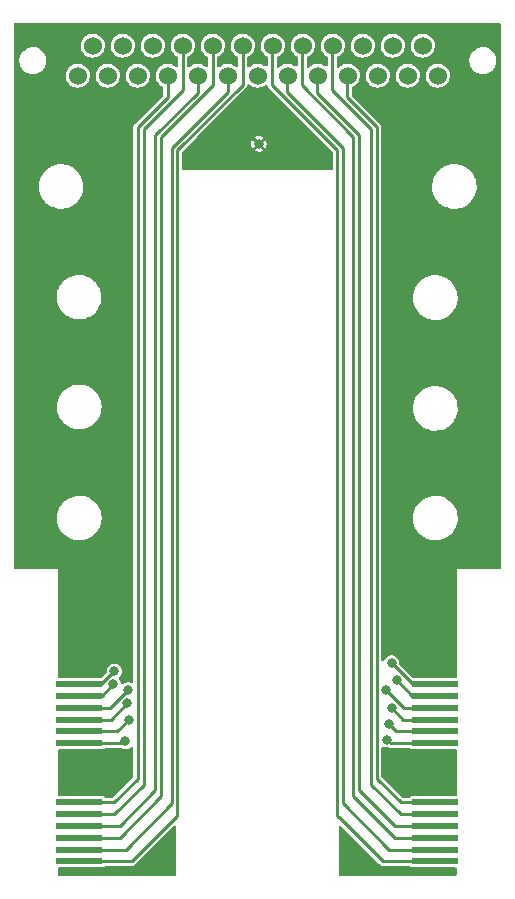
<source format=gbr>
%TF.GenerationSoftware,KiCad,Pcbnew,(6.0.11-0)*%
%TF.CreationDate,2024-08-02T08:50:10-07:00*%
%TF.ProjectId,TcBox_6x4,5463426f-785f-4367-9834-2e6b69636164,v1.0*%
%TF.SameCoordinates,Original*%
%TF.FileFunction,Copper,L1,Top*%
%TF.FilePolarity,Positive*%
%FSLAX46Y46*%
G04 Gerber Fmt 4.6, Leading zero omitted, Abs format (unit mm)*
G04 Created by KiCad (PCBNEW (6.0.11-0)) date 2024-08-02 08:50:10*
%MOMM*%
%LPD*%
G01*
G04 APERTURE LIST*
%TA.AperFunction,ConnectorPad*%
%ADD10R,4.000000X0.500000*%
%TD*%
%TA.AperFunction,ComponentPad*%
%ADD11C,0.800000*%
%TD*%
%TA.AperFunction,ComponentPad*%
%ADD12C,1.524000*%
%TD*%
%TA.AperFunction,ViaPad*%
%ADD13C,0.800000*%
%TD*%
%TA.AperFunction,Conductor*%
%ADD14C,0.254000*%
%TD*%
%TA.AperFunction,Conductor*%
%ADD15C,0.250000*%
%TD*%
G04 APERTURE END LIST*
D10*
%TO.P,J3,1,Pin_1*%
%TO.N,/Ch1_0*%
X135544180Y-116000000D03*
%TO.P,J3,2,Pin_2*%
%TO.N,/Ch1_1*%
X135544180Y-117000000D03*
%TO.P,J3,3,Pin_3*%
%TO.N,/Ch1_2*%
X135544180Y-118000000D03*
%TO.P,J3,4,Pin_4*%
%TO.N,/Ch1_3*%
X135544180Y-119000000D03*
%TO.P,J3,5,Pin_5*%
%TO.N,/Ch1_4*%
X135544180Y-120000000D03*
%TO.P,J3,6,Pin_6*%
%TO.N,/Ch1_5*%
X135544180Y-121000000D03*
%TD*%
%TO.P,J5,1,Pin_1*%
%TO.N,/Ch3_0*%
X165704180Y-111000000D03*
%TO.P,J5,2,Pin_2*%
%TO.N,/Ch3_1*%
X165704180Y-110000000D03*
%TO.P,J5,3,Pin_3*%
%TO.N,/Ch3_2*%
X165704180Y-109000000D03*
%TO.P,J5,4,Pin_4*%
%TO.N,/Ch3_3*%
X165704180Y-108000000D03*
%TO.P,J5,5,Pin_5*%
%TO.N,/Ch3_4*%
X165704180Y-107000000D03*
%TO.P,J5,6,Pin_6*%
%TO.N,/Ch3_5*%
X165704180Y-106000000D03*
%TD*%
%TO.P,J2,1,Pin_1*%
%TO.N,/Ch0_0*%
X135544180Y-106000000D03*
%TO.P,J2,2,Pin_2*%
%TO.N,/Ch0_1*%
X135544180Y-107000000D03*
%TO.P,J2,3,Pin_3*%
%TO.N,/Ch0_2*%
X135544180Y-108000000D03*
%TO.P,J2,4,Pin_4*%
%TO.N,/Ch0_3*%
X135544180Y-109000000D03*
%TO.P,J2,5,Pin_5*%
%TO.N,/Ch0_4*%
X135544180Y-110000000D03*
%TO.P,J2,6,Pin_6*%
%TO.N,/Ch0_5*%
X135544180Y-111000000D03*
%TD*%
%TO.P,J4,1,Pin_1*%
%TO.N,/Ch2_0*%
X165704180Y-121000000D03*
%TO.P,J4,2,Pin_2*%
%TO.N,/Ch2_1*%
X165704180Y-120000000D03*
%TO.P,J4,3,Pin_3*%
%TO.N,/Ch2_2*%
X165704180Y-119000000D03*
%TO.P,J4,4,Pin_4*%
%TO.N,/Ch2_3*%
X165704180Y-118000000D03*
%TO.P,J4,5,Pin_5*%
%TO.N,/Ch2_4*%
X165704180Y-117000000D03*
%TO.P,J4,6,Pin_6*%
%TO.N,/Ch2_5*%
X165704180Y-116000000D03*
%TD*%
D11*
%TO.P,R1,1*%
%TO.N,/coldMount*%
X150750000Y-60250000D03*
%TD*%
D12*
%TO.P,J1,1,Pin_1*%
%TO.N,/Ch0_0*%
X135414180Y-54476180D03*
%TO.P,J1,2,Pin_2*%
%TO.N,/Ch0_2*%
X137954180Y-54476180D03*
%TO.P,J1,3,Pin_3*%
%TO.N,/Ch0_4*%
X140494180Y-54476180D03*
%TO.P,J1,4,Pin_4*%
%TO.N,/Ch1_0*%
X143034180Y-54476180D03*
%TO.P,J1,5,Pin_5*%
%TO.N,/Ch1_2*%
X145574180Y-54476180D03*
%TO.P,J1,6,Pin_6*%
%TO.N,/Ch1_4*%
X148114180Y-54476180D03*
%TO.P,J1,7,Pin_7*%
%TO.N,unconnected-(J1-Pad7)*%
X150654180Y-54476180D03*
%TO.P,J1,8,Pin_8*%
%TO.N,/Ch2_1*%
X153194180Y-54476180D03*
%TO.P,J1,9,Pin_9*%
%TO.N,/Ch2_3*%
X155734180Y-54476180D03*
%TO.P,J1,10,Pin_10*%
%TO.N,/Ch2_5*%
X158274180Y-54476180D03*
%TO.P,J1,11,Pin_11*%
%TO.N,/Ch3_1*%
X160814180Y-54476180D03*
%TO.P,J1,12,Pin_12*%
%TO.N,/Ch3_3*%
X163354180Y-54476180D03*
%TO.P,J1,13,Pin_13*%
%TO.N,/Ch3_5*%
X165894180Y-54476180D03*
%TO.P,J1,14,Pin_14*%
%TO.N,/Ch0_1*%
X136684180Y-51936180D03*
%TO.P,J1,15,Pin_15*%
%TO.N,/Ch0_3*%
X139224180Y-51936180D03*
%TO.P,J1,16,Pin_16*%
%TO.N,/Ch0_5*%
X141764180Y-51936180D03*
%TO.P,J1,17,Pin_17*%
%TO.N,/Ch1_1*%
X144304180Y-51936180D03*
%TO.P,J1,18,Pin_18*%
%TO.N,/Ch1_3*%
X146844180Y-51936180D03*
%TO.P,J1,19,Pin_19*%
%TO.N,/Ch1_5*%
X149384180Y-51936180D03*
%TO.P,J1,20,Pin_20*%
%TO.N,/Ch2_0*%
X151924180Y-51936180D03*
%TO.P,J1,21,Pin_21*%
%TO.N,/Ch2_2*%
X154464180Y-51936180D03*
%TO.P,J1,22,Pin_22*%
%TO.N,/Ch2_4*%
X157004180Y-51936180D03*
%TO.P,J1,23,Pin_23*%
%TO.N,/Ch3_0*%
X159544180Y-51936180D03*
%TO.P,J1,24,Pin_24*%
%TO.N,/Ch3_2*%
X162084180Y-51936180D03*
%TO.P,J1,25,Pin_25*%
%TO.N,/Ch3_4*%
X164624180Y-51936180D03*
%TD*%
D13*
%TO.N,/Ch0_0*%
X138511286Y-104911286D03*
%TO.N,/Ch0_1*%
X138425000Y-106025000D03*
%TO.N,/Ch0_2*%
X139686286Y-106486286D03*
%TO.N,/Ch0_3*%
X139613714Y-107613714D03*
%TO.N,/Ch0_4*%
X139773500Y-109000000D03*
%TO.N,/Ch0_5*%
X139450000Y-110850000D03*
%TO.N,/Ch3_0*%
X161600000Y-110700000D03*
%TO.N,/Ch3_1*%
X161750000Y-109350000D03*
%TO.N,/Ch3_2*%
X161986286Y-108013714D03*
%TO.N,/Ch3_3*%
X161513714Y-106486286D03*
%TO.N,/Ch3_4*%
X162411286Y-105688714D03*
%TO.N,/Ch3_5*%
X161989464Y-104212036D03*
%TO.N,/coldMount*%
X131000000Y-92000000D03*
X142000000Y-121000000D03*
X164000000Y-98000000D03*
X133750000Y-69750000D03*
X165000000Y-100000000D03*
X166000000Y-102000000D03*
X138000000Y-101000000D03*
X167250000Y-77000000D03*
X164000000Y-60000000D03*
X164000000Y-87000000D03*
X135000000Y-114000000D03*
X170000000Y-95000000D03*
X170000000Y-78000000D03*
X165000000Y-104000000D03*
X145875000Y-61175000D03*
X170500000Y-51000000D03*
X138000000Y-62000000D03*
X138000000Y-87000000D03*
X138000000Y-114000000D03*
X155775000Y-61175000D03*
X138000000Y-78000000D03*
X131000000Y-51000000D03*
X167750000Y-85750000D03*
X165750000Y-95500000D03*
X163000000Y-113000000D03*
X170000000Y-88000000D03*
X166000000Y-114000000D03*
X164000000Y-102000000D03*
X133000000Y-51000000D03*
X138000000Y-98000000D03*
X131000000Y-83000000D03*
X170000000Y-91500000D03*
X168000000Y-51000000D03*
X167500000Y-60000000D03*
X135000000Y-98000000D03*
X133500000Y-87750000D03*
X131000000Y-58000000D03*
X170000000Y-58000000D03*
X131000000Y-75000000D03*
X150750000Y-57250000D03*
X133500000Y-78750000D03*
X159000000Y-121000000D03*
X138000000Y-69000000D03*
X135000000Y-101000000D03*
X166000000Y-70000000D03*
X164000000Y-78000000D03*
X131000000Y-67000000D03*
X170000000Y-69000000D03*
X169750000Y-73500000D03*
X166000000Y-98000000D03*
X169750000Y-82250000D03*
X134750000Y-58250000D03*
X164000000Y-67000000D03*
%TD*%
D14*
%TO.N,/Ch0_0*%
X135544180Y-106000000D02*
X137422572Y-106000000D01*
X137422572Y-106000000D02*
X138511286Y-104911286D01*
%TO.N,/Ch0_1*%
X137450000Y-107000000D02*
X138425000Y-106025000D01*
X135544180Y-107000000D02*
X137450000Y-107000000D01*
%TO.N,/Ch0_2*%
X138172572Y-108000000D02*
X139686286Y-106486286D01*
X135544180Y-108000000D02*
X138172572Y-108000000D01*
%TO.N,/Ch0_3*%
X138227428Y-109000000D02*
X139613714Y-107613714D01*
X135544180Y-109000000D02*
X138227428Y-109000000D01*
%TO.N,/Ch0_4*%
X138773500Y-110000000D02*
X139773500Y-109000000D01*
X135544180Y-110000000D02*
X138773500Y-110000000D01*
D15*
%TO.N,/Ch0_5*%
X139300000Y-111000000D02*
X135544180Y-111000000D01*
X139450000Y-110850000D02*
X139300000Y-111000000D01*
D14*
%TO.N,/Ch1_0*%
X143034180Y-56323768D02*
X143034180Y-54476180D01*
X140500000Y-114000000D02*
X140500000Y-58857948D01*
X140500000Y-58857948D02*
X143034180Y-56323768D01*
X138500000Y-116000000D02*
X140500000Y-114000000D01*
X135544180Y-116000000D02*
X138500000Y-116000000D01*
%TO.N,/Ch1_1*%
X144304180Y-51936180D02*
X144304180Y-55695820D01*
X141000000Y-114500000D02*
X138500000Y-117000000D01*
X138500000Y-117000000D02*
X135544180Y-117000000D01*
X144304180Y-55695820D02*
X141000000Y-59000000D01*
X141000000Y-59000000D02*
X141000000Y-114500000D01*
%TO.N,/Ch1_2*%
X142000000Y-115000000D02*
X142000000Y-59500000D01*
X142000000Y-59500000D02*
X145574180Y-55925820D01*
X135544180Y-118000000D02*
X139000000Y-118000000D01*
X145574180Y-55925820D02*
X145574180Y-54476180D01*
X139000000Y-118000000D02*
X142000000Y-115000000D01*
%TO.N,/Ch1_3*%
X142500000Y-59642052D02*
X146844180Y-55297872D01*
X135544180Y-119000000D02*
X139000000Y-119000000D01*
X139000000Y-119000000D02*
X142500000Y-115500000D01*
X142500000Y-115500000D02*
X142500000Y-59642052D01*
X146844180Y-55297872D02*
X146844180Y-51936180D01*
%TO.N,/Ch1_4*%
X143400000Y-60600000D02*
X148114180Y-55885820D01*
X148114180Y-55885820D02*
X148114180Y-54476180D01*
X139500000Y-120000000D02*
X143400000Y-116100000D01*
X143400000Y-116100000D02*
X143400000Y-60600000D01*
X135544180Y-120000000D02*
X139500000Y-120000000D01*
%TO.N,/Ch1_5*%
X142875000Y-118125000D02*
X140000000Y-121000000D01*
X143854000Y-60788052D02*
X149384180Y-55257872D01*
X143750000Y-117250000D02*
X143854000Y-117146000D01*
X140000000Y-121000000D02*
X135544180Y-121000000D01*
X142875000Y-118125000D02*
X143854000Y-117146000D01*
X149384180Y-55257872D02*
X149384180Y-51936180D01*
X143854000Y-117146000D02*
X143854000Y-60788052D01*
X143750000Y-117250000D02*
X142875000Y-118125000D01*
%TO.N,/Ch2_0*%
X158375000Y-118125000D02*
X157396000Y-117146000D01*
X157500000Y-117250000D02*
X157396000Y-117146000D01*
X158375000Y-118125000D02*
X161250000Y-121000000D01*
X157396000Y-117146000D02*
X157396000Y-60788052D01*
X151865820Y-55257872D02*
X151865820Y-51936180D01*
X161250000Y-121000000D02*
X165705820Y-121000000D01*
X157396000Y-60788052D02*
X151865820Y-55257872D01*
X157500000Y-117250000D02*
X158375000Y-118125000D01*
%TO.N,/Ch2_1*%
X157850000Y-116100000D02*
X157850000Y-60600000D01*
X153135820Y-55885820D02*
X153135820Y-54476180D01*
X157850000Y-60600000D02*
X153135820Y-55885820D01*
X165705820Y-120000000D02*
X161750000Y-120000000D01*
X161750000Y-120000000D02*
X157850000Y-116100000D01*
%TO.N,/Ch2_2*%
X162250000Y-119000000D02*
X158750000Y-115500000D01*
X158750000Y-115500000D02*
X158750000Y-59642052D01*
X154405820Y-55297872D02*
X154405820Y-51936180D01*
X165705820Y-119000000D02*
X162250000Y-119000000D01*
X158750000Y-59642052D02*
X154405820Y-55297872D01*
%TO.N,/Ch2_3*%
X159250000Y-59500000D02*
X155675820Y-55925820D01*
X155675820Y-55925820D02*
X155675820Y-54476180D01*
X162250000Y-118000000D02*
X159250000Y-115000000D01*
X159250000Y-115000000D02*
X159250000Y-59500000D01*
X165705820Y-118000000D02*
X162250000Y-118000000D01*
%TO.N,/Ch2_4*%
X162750000Y-117000000D02*
X165705820Y-117000000D01*
X160250000Y-59000000D02*
X160250000Y-114500000D01*
X156945820Y-51936180D02*
X156945820Y-55695820D01*
X160250000Y-114500000D02*
X162750000Y-117000000D01*
X156945820Y-55695820D02*
X160250000Y-59000000D01*
%TO.N,/Ch2_5*%
X160750000Y-114000000D02*
X160750000Y-58857948D01*
X160750000Y-58857948D02*
X158215820Y-56323768D01*
X165705820Y-116000000D02*
X162750000Y-116000000D01*
X162750000Y-116000000D02*
X160750000Y-114000000D01*
X158215820Y-56323768D02*
X158215820Y-54476180D01*
%TO.N,/Ch3_0*%
X161900000Y-111000000D02*
X161600000Y-110700000D01*
X165704180Y-111000000D02*
X161900000Y-111000000D01*
%TO.N,/Ch3_1*%
X165704180Y-110000000D02*
X162400000Y-110000000D01*
X162400000Y-110000000D02*
X161750000Y-109350000D01*
%TO.N,/Ch3_2*%
X162972572Y-109000000D02*
X161986286Y-108013714D01*
X165704180Y-109000000D02*
X162972572Y-109000000D01*
%TO.N,/Ch3_3*%
X165704180Y-108000000D02*
X163027428Y-108000000D01*
X163027428Y-108000000D02*
X161513714Y-106486286D01*
%TO.N,/Ch3_4*%
X163722572Y-107000000D02*
X162411286Y-105688714D01*
X165704180Y-107000000D02*
X163722572Y-107000000D01*
%TO.N,/Ch3_5*%
X163777428Y-106000000D02*
X161989464Y-104212036D01*
X165704180Y-106000000D02*
X163777428Y-106000000D01*
%TD*%
%TA.AperFunction,Conductor*%
%TO.N,/coldMount*%
G36*
X157708512Y-117998489D02*
G01*
X157715088Y-118004611D01*
X158127647Y-118417170D01*
X158127658Y-118417180D01*
X160941956Y-121231479D01*
X160957315Y-121250495D01*
X160958281Y-121251556D01*
X160963929Y-121260304D01*
X160972106Y-121266750D01*
X160990472Y-121281229D01*
X160994947Y-121285206D01*
X160995008Y-121285135D01*
X160998965Y-121288488D01*
X161002648Y-121292171D01*
X161006883Y-121295197D01*
X161006885Y-121295199D01*
X161018436Y-121303453D01*
X161023182Y-121307016D01*
X161063670Y-121338934D01*
X161072357Y-121341985D01*
X161079843Y-121347334D01*
X161089819Y-121350317D01*
X161089820Y-121350318D01*
X161121202Y-121359703D01*
X161125463Y-121360977D01*
X161129211Y-121362098D01*
X161134843Y-121363928D01*
X161183502Y-121381016D01*
X161189091Y-121381500D01*
X161191802Y-121381500D01*
X161194469Y-121381615D01*
X161194532Y-121381634D01*
X161194525Y-121381808D01*
X161195271Y-121381855D01*
X161201524Y-121383725D01*
X161251383Y-121381766D01*
X161255678Y-121381597D01*
X161260625Y-121381500D01*
X163419945Y-121381500D01*
X163488066Y-121401502D01*
X163509040Y-121418405D01*
X163513803Y-121423168D01*
X163520696Y-121433484D01*
X163604879Y-121489734D01*
X163679113Y-121504500D01*
X163748443Y-121504500D01*
X167374000Y-121504499D01*
X167442121Y-121524501D01*
X167488614Y-121578157D01*
X167500000Y-121630499D01*
X167500000Y-122124000D01*
X167479998Y-122192121D01*
X167426342Y-122238614D01*
X167374000Y-122250000D01*
X157626000Y-122250000D01*
X157557879Y-122229998D01*
X157511386Y-122176342D01*
X157500000Y-122124000D01*
X157500000Y-118093713D01*
X157520002Y-118025592D01*
X157573658Y-117979099D01*
X157643932Y-117968995D01*
X157708512Y-117998489D01*
G37*
%TD.AperFunction*%
%TA.AperFunction,Conductor*%
G36*
X143668032Y-117975656D02*
G01*
X143724868Y-118018203D01*
X143749679Y-118084723D01*
X143750000Y-118093712D01*
X143750000Y-122124000D01*
X143729998Y-122192121D01*
X143676342Y-122238614D01*
X143624000Y-122250000D01*
X133876000Y-122250000D01*
X133807879Y-122229998D01*
X133761386Y-122176342D01*
X133750000Y-122124000D01*
X133750000Y-121630500D01*
X133770002Y-121562379D01*
X133823658Y-121515886D01*
X133876000Y-121504500D01*
X137500207Y-121504499D01*
X137569246Y-121504499D01*
X137604998Y-121497388D01*
X137631306Y-121492156D01*
X137631308Y-121492155D01*
X137643481Y-121489734D01*
X137653801Y-121482839D01*
X137653802Y-121482838D01*
X137717348Y-121440377D01*
X137727664Y-121433484D01*
X137734557Y-121423168D01*
X137739320Y-121418405D01*
X137801632Y-121384379D01*
X137828415Y-121381500D01*
X139945865Y-121381500D01*
X139970164Y-121384086D01*
X139971602Y-121384154D01*
X139981780Y-121386345D01*
X140015341Y-121382373D01*
X140021320Y-121382021D01*
X140021312Y-121381928D01*
X140026490Y-121381500D01*
X140031692Y-121381500D01*
X140050846Y-121378312D01*
X140056704Y-121377478D01*
X140073318Y-121375512D01*
X140097567Y-121372642D01*
X140097568Y-121372642D01*
X140107907Y-121371418D01*
X140116206Y-121367433D01*
X140125283Y-121365922D01*
X140170651Y-121341442D01*
X140175914Y-121338761D01*
X140215250Y-121319873D01*
X140215254Y-121319870D01*
X140222398Y-121316440D01*
X140226692Y-121312830D01*
X140228624Y-121310898D01*
X140230573Y-121309111D01*
X140230626Y-121309082D01*
X140230745Y-121309212D01*
X140231313Y-121308711D01*
X140237057Y-121305612D01*
X140273867Y-121265791D01*
X140277296Y-121262226D01*
X143167171Y-118372352D01*
X143167173Y-118372349D01*
X143534905Y-118004617D01*
X143597217Y-117970591D01*
X143668032Y-117975656D01*
G37*
%TD.AperFunction*%
%TA.AperFunction,Conductor*%
G36*
X161317623Y-111291469D02*
G01*
X161331295Y-111298892D01*
X161357293Y-111313008D01*
X161510522Y-111353207D01*
X161591238Y-111354475D01*
X161661317Y-111355576D01*
X161661320Y-111355576D01*
X161668916Y-111355695D01*
X161686861Y-111351585D01*
X161751088Y-111353688D01*
X161779221Y-111362101D01*
X161784842Y-111363927D01*
X161833502Y-111381016D01*
X161839091Y-111381500D01*
X161841804Y-111381500D01*
X161844469Y-111381615D01*
X161844532Y-111381634D01*
X161844525Y-111381808D01*
X161845271Y-111381855D01*
X161851524Y-111383725D01*
X161901383Y-111381766D01*
X161905678Y-111381597D01*
X161910625Y-111381500D01*
X163419945Y-111381500D01*
X163488066Y-111401502D01*
X163509040Y-111418405D01*
X163513803Y-111423168D01*
X163520696Y-111433484D01*
X163604879Y-111489734D01*
X163679113Y-111504500D01*
X163748443Y-111504500D01*
X167374000Y-111504499D01*
X167442121Y-111524501D01*
X167488614Y-111578157D01*
X167500000Y-111630499D01*
X167500000Y-115369500D01*
X167479998Y-115437621D01*
X167426342Y-115484114D01*
X167374000Y-115495500D01*
X163748466Y-115495501D01*
X163679114Y-115495501D01*
X163643362Y-115502612D01*
X163617054Y-115507844D01*
X163617052Y-115507845D01*
X163604879Y-115510266D01*
X163594559Y-115517161D01*
X163594558Y-115517162D01*
X163536560Y-115555916D01*
X163520696Y-115566516D01*
X163513803Y-115576832D01*
X163509040Y-115581595D01*
X163446728Y-115615621D01*
X163419945Y-115618500D01*
X162960212Y-115618500D01*
X162892091Y-115598498D01*
X162871117Y-115581595D01*
X161168405Y-113878882D01*
X161134379Y-113816570D01*
X161131500Y-113789787D01*
X161131500Y-111402199D01*
X161151502Y-111334078D01*
X161205158Y-111287585D01*
X161275432Y-111277481D01*
X161317623Y-111291469D01*
G37*
%TD.AperFunction*%
%TA.AperFunction,Conductor*%
G36*
X140045659Y-111298892D02*
G01*
X140098982Y-111345767D01*
X140118500Y-111413129D01*
X140118500Y-113789788D01*
X140098498Y-113857909D01*
X140081595Y-113878883D01*
X138378882Y-115581595D01*
X138316570Y-115615621D01*
X138289787Y-115618500D01*
X137828415Y-115618500D01*
X137760294Y-115598498D01*
X137739320Y-115581595D01*
X137734557Y-115576832D01*
X137727664Y-115566516D01*
X137675547Y-115531692D01*
X137653800Y-115517161D01*
X137643481Y-115510266D01*
X137569247Y-115495500D01*
X137500230Y-115495500D01*
X133876000Y-115495501D01*
X133807879Y-115475499D01*
X133761386Y-115421843D01*
X133750000Y-115369501D01*
X133750000Y-111630500D01*
X133770002Y-111562379D01*
X133823658Y-111515886D01*
X133876000Y-111504500D01*
X137500207Y-111504499D01*
X137569246Y-111504499D01*
X137604998Y-111497388D01*
X137631306Y-111492156D01*
X137631308Y-111492155D01*
X137643481Y-111489734D01*
X137653801Y-111482839D01*
X137653802Y-111482838D01*
X137717348Y-111440377D01*
X137727664Y-111433484D01*
X137734557Y-111423168D01*
X137741320Y-111416405D01*
X137803632Y-111382379D01*
X137830415Y-111379500D01*
X139021491Y-111379500D01*
X139081613Y-111394769D01*
X139207293Y-111463008D01*
X139360522Y-111503207D01*
X139444477Y-111504526D01*
X139511319Y-111505576D01*
X139511322Y-111505576D01*
X139518916Y-111505695D01*
X139673332Y-111470329D01*
X139746591Y-111433484D01*
X139808072Y-111402563D01*
X139808075Y-111402561D01*
X139814855Y-111399151D01*
X139820626Y-111394222D01*
X139820629Y-111394220D01*
X139910669Y-111317318D01*
X139975459Y-111288287D01*
X140045659Y-111298892D01*
G37*
%TD.AperFunction*%
%TA.AperFunction,Conductor*%
G36*
X171192121Y-50020002D02*
G01*
X171238614Y-50073658D01*
X171250000Y-50126000D01*
X171250000Y-96124000D01*
X171229998Y-96192121D01*
X171176342Y-96238614D01*
X171124000Y-96250000D01*
X167500000Y-96250000D01*
X167500000Y-105369500D01*
X167479998Y-105437621D01*
X167426342Y-105484114D01*
X167374000Y-105495500D01*
X164314167Y-105495501D01*
X163864641Y-105495501D01*
X163796520Y-105475499D01*
X163775546Y-105458596D01*
X162679959Y-104363008D01*
X162645933Y-104300696D01*
X162644311Y-104256162D01*
X162648626Y-104225843D01*
X162648771Y-104212036D01*
X162629740Y-104054769D01*
X162573744Y-103906582D01*
X162484017Y-103776028D01*
X162365739Y-103670647D01*
X162358353Y-103666736D01*
X162232452Y-103600075D01*
X162232453Y-103600075D01*
X162225738Y-103596520D01*
X162072097Y-103557928D01*
X162064498Y-103557888D01*
X162064497Y-103557888D01*
X161998645Y-103557543D01*
X161913685Y-103557098D01*
X161906305Y-103558870D01*
X161906303Y-103558870D01*
X161767027Y-103592307D01*
X161767024Y-103592308D01*
X161759648Y-103594079D01*
X161618878Y-103666736D01*
X161499503Y-103770874D01*
X161408414Y-103900480D01*
X161405654Y-103907560D01*
X161374893Y-103986457D01*
X161331512Y-104042658D01*
X161264633Y-104066485D01*
X161195489Y-104050372D01*
X161146033Y-103999434D01*
X161131500Y-103940687D01*
X161131500Y-91979093D01*
X163813171Y-91979093D01*
X163839172Y-92251622D01*
X163904243Y-92517544D01*
X164007019Y-92771287D01*
X164009323Y-92775222D01*
X164009326Y-92775228D01*
X164105460Y-92939411D01*
X164145349Y-93007535D01*
X164316333Y-93221341D01*
X164516390Y-93408224D01*
X164741330Y-93564270D01*
X164986440Y-93686210D01*
X164990774Y-93687631D01*
X164990777Y-93687632D01*
X165069699Y-93713504D01*
X165246586Y-93771490D01*
X165251077Y-93772270D01*
X165251078Y-93772270D01*
X165512537Y-93817668D01*
X165512542Y-93817669D01*
X165516317Y-93818324D01*
X165520154Y-93818515D01*
X165601245Y-93822552D01*
X165601253Y-93822552D01*
X165602816Y-93822630D01*
X165773724Y-93822630D01*
X165775992Y-93822465D01*
X165776004Y-93822465D01*
X165907779Y-93812903D01*
X165977229Y-93807864D01*
X165981684Y-93806880D01*
X165981687Y-93806880D01*
X166240102Y-93749827D01*
X166240105Y-93749826D01*
X166244558Y-93748843D01*
X166251930Y-93746050D01*
X166496299Y-93653468D01*
X166496306Y-93653465D01*
X166500568Y-93651850D01*
X166662923Y-93561670D01*
X166735901Y-93521134D01*
X166735902Y-93521133D01*
X166739894Y-93518916D01*
X166881525Y-93410827D01*
X166953891Y-93355599D01*
X166953892Y-93355598D01*
X166957523Y-93352827D01*
X167148897Y-93157061D01*
X167151586Y-93153367D01*
X167307320Y-92939411D01*
X167307322Y-92939408D01*
X167310007Y-92935719D01*
X167437476Y-92693439D01*
X167528636Y-92435295D01*
X167581577Y-92166695D01*
X167590690Y-91983649D01*
X167594962Y-91897836D01*
X167594962Y-91897830D01*
X167595189Y-91893267D01*
X167569188Y-91620738D01*
X167504117Y-91354816D01*
X167401341Y-91101073D01*
X167399037Y-91097138D01*
X167399034Y-91097132D01*
X167265317Y-90868763D01*
X167265316Y-90868761D01*
X167263011Y-90864825D01*
X167092027Y-90651019D01*
X166891970Y-90464136D01*
X166667030Y-90308090D01*
X166421920Y-90186150D01*
X166417586Y-90184729D01*
X166417583Y-90184728D01*
X166338661Y-90158856D01*
X166161774Y-90100870D01*
X166157282Y-90100090D01*
X165895823Y-90054692D01*
X165895818Y-90054691D01*
X165892043Y-90054036D01*
X165884665Y-90053669D01*
X165807115Y-90049808D01*
X165807107Y-90049808D01*
X165805544Y-90049730D01*
X165634636Y-90049730D01*
X165632368Y-90049895D01*
X165632356Y-90049895D01*
X165500581Y-90059457D01*
X165431131Y-90064496D01*
X165426676Y-90065480D01*
X165426673Y-90065480D01*
X165168258Y-90122533D01*
X165168255Y-90122534D01*
X165163802Y-90123517D01*
X165159534Y-90125134D01*
X164912061Y-90218892D01*
X164912054Y-90218895D01*
X164907792Y-90220510D01*
X164903806Y-90222724D01*
X164903804Y-90222725D01*
X164672459Y-90351226D01*
X164668466Y-90353444D01*
X164664834Y-90356216D01*
X164523425Y-90464136D01*
X164450837Y-90519533D01*
X164259463Y-90715299D01*
X164256776Y-90718991D01*
X164256774Y-90718993D01*
X164153220Y-90861262D01*
X164098353Y-90936641D01*
X163970884Y-91178921D01*
X163879724Y-91437065D01*
X163826783Y-91705665D01*
X163826556Y-91710218D01*
X163826556Y-91710221D01*
X163817444Y-91893267D01*
X163813171Y-91979093D01*
X161131500Y-91979093D01*
X161131500Y-82686813D01*
X163804851Y-82686813D01*
X163830852Y-82959342D01*
X163831936Y-82963772D01*
X163831937Y-82963778D01*
X163864704Y-83097685D01*
X163895923Y-83225264D01*
X163897638Y-83229499D01*
X163897639Y-83229501D01*
X163950419Y-83359808D01*
X163998699Y-83479007D01*
X164001003Y-83482942D01*
X164001006Y-83482948D01*
X164097140Y-83647131D01*
X164137029Y-83715255D01*
X164308013Y-83929061D01*
X164508070Y-84115944D01*
X164733010Y-84271990D01*
X164978120Y-84393930D01*
X164982454Y-84395351D01*
X164982457Y-84395352D01*
X165061379Y-84421224D01*
X165238266Y-84479210D01*
X165242757Y-84479990D01*
X165242758Y-84479990D01*
X165504217Y-84525388D01*
X165504222Y-84525389D01*
X165507997Y-84526044D01*
X165511834Y-84526235D01*
X165592925Y-84530272D01*
X165592933Y-84530272D01*
X165594496Y-84530350D01*
X165765404Y-84530350D01*
X165767672Y-84530185D01*
X165767684Y-84530185D01*
X165899459Y-84520623D01*
X165968909Y-84515584D01*
X165973364Y-84514600D01*
X165973367Y-84514600D01*
X166231782Y-84457547D01*
X166231785Y-84457546D01*
X166236238Y-84456563D01*
X166243610Y-84453770D01*
X166487979Y-84361188D01*
X166487986Y-84361185D01*
X166492248Y-84359570D01*
X166501108Y-84354649D01*
X166727581Y-84228854D01*
X166727582Y-84228853D01*
X166731574Y-84226636D01*
X166873205Y-84118547D01*
X166945571Y-84063319D01*
X166945572Y-84063318D01*
X166949203Y-84060547D01*
X167140577Y-83864781D01*
X167232897Y-83737947D01*
X167299000Y-83647131D01*
X167299002Y-83647128D01*
X167301687Y-83643439D01*
X167429156Y-83401159D01*
X167520316Y-83143015D01*
X167573257Y-82874415D01*
X167574939Y-82840638D01*
X167586642Y-82605556D01*
X167586642Y-82605550D01*
X167586869Y-82600987D01*
X167560868Y-82328458D01*
X167552633Y-82294801D01*
X167496883Y-82066975D01*
X167495797Y-82062536D01*
X167494081Y-82058299D01*
X167394736Y-81813026D01*
X167394733Y-81813021D01*
X167393021Y-81808793D01*
X167390717Y-81804858D01*
X167390714Y-81804852D01*
X167256997Y-81576483D01*
X167256996Y-81576481D01*
X167254691Y-81572545D01*
X167083707Y-81358739D01*
X166883650Y-81171856D01*
X166658710Y-81015810D01*
X166413600Y-80893870D01*
X166409266Y-80892449D01*
X166409263Y-80892448D01*
X166330341Y-80866576D01*
X166153454Y-80808590D01*
X166148962Y-80807810D01*
X165887503Y-80762412D01*
X165887498Y-80762411D01*
X165883723Y-80761756D01*
X165876345Y-80761389D01*
X165798795Y-80757528D01*
X165798787Y-80757528D01*
X165797224Y-80757450D01*
X165626316Y-80757450D01*
X165624048Y-80757615D01*
X165624036Y-80757615D01*
X165492261Y-80767177D01*
X165422811Y-80772216D01*
X165418356Y-80773200D01*
X165418353Y-80773200D01*
X165159938Y-80830253D01*
X165159935Y-80830254D01*
X165155482Y-80831237D01*
X165151214Y-80832854D01*
X164903741Y-80926612D01*
X164903734Y-80926615D01*
X164899472Y-80928230D01*
X164895486Y-80930444D01*
X164895484Y-80930445D01*
X164676945Y-81051833D01*
X164660146Y-81061164D01*
X164603869Y-81104113D01*
X164515105Y-81171856D01*
X164442517Y-81227253D01*
X164251143Y-81423019D01*
X164248456Y-81426711D01*
X164248454Y-81426713D01*
X164144900Y-81568982D01*
X164090033Y-81644361D01*
X163962564Y-81886641D01*
X163871404Y-82144785D01*
X163818463Y-82413385D01*
X163818236Y-82417938D01*
X163818236Y-82417941D01*
X163809124Y-82600987D01*
X163804851Y-82686813D01*
X161131500Y-82686813D01*
X161131500Y-73311433D01*
X163804851Y-73311433D01*
X163830852Y-73583962D01*
X163895923Y-73849884D01*
X163897638Y-73854119D01*
X163897639Y-73854121D01*
X163988047Y-74077328D01*
X163998699Y-74103627D01*
X164001003Y-74107562D01*
X164001006Y-74107568D01*
X164121409Y-74313198D01*
X164137029Y-74339875D01*
X164229470Y-74455467D01*
X164283830Y-74523441D01*
X164308013Y-74553681D01*
X164508070Y-74740564D01*
X164733010Y-74896610D01*
X164978120Y-75018550D01*
X164982454Y-75019971D01*
X164982457Y-75019972D01*
X165061379Y-75045844D01*
X165238266Y-75103830D01*
X165242757Y-75104610D01*
X165242758Y-75104610D01*
X165504217Y-75150008D01*
X165504222Y-75150009D01*
X165507997Y-75150664D01*
X165511834Y-75150855D01*
X165592925Y-75154892D01*
X165592933Y-75154892D01*
X165594496Y-75154970D01*
X165765404Y-75154970D01*
X165767672Y-75154805D01*
X165767684Y-75154805D01*
X165899459Y-75145243D01*
X165968909Y-75140204D01*
X165973364Y-75139220D01*
X165973367Y-75139220D01*
X166231782Y-75082167D01*
X166231785Y-75082166D01*
X166236238Y-75081183D01*
X166254221Y-75074370D01*
X166487979Y-74985808D01*
X166487986Y-74985805D01*
X166492248Y-74984190D01*
X166654603Y-74894010D01*
X166727581Y-74853474D01*
X166727582Y-74853473D01*
X166731574Y-74851256D01*
X166873205Y-74743167D01*
X166945571Y-74687939D01*
X166945572Y-74687938D01*
X166949203Y-74685167D01*
X167140577Y-74489401D01*
X167165277Y-74455467D01*
X167299000Y-74271751D01*
X167299002Y-74271748D01*
X167301687Y-74268059D01*
X167429156Y-74025779D01*
X167520316Y-73767635D01*
X167561604Y-73558158D01*
X167572376Y-73503507D01*
X167572377Y-73503501D01*
X167573257Y-73499035D01*
X167574540Y-73473267D01*
X167586642Y-73230176D01*
X167586642Y-73230170D01*
X167586869Y-73225607D01*
X167560868Y-72953078D01*
X167554582Y-72927387D01*
X167509616Y-72743631D01*
X167495797Y-72687156D01*
X167483549Y-72656916D01*
X167394736Y-72437646D01*
X167394733Y-72437641D01*
X167393021Y-72433413D01*
X167390717Y-72429478D01*
X167390714Y-72429472D01*
X167256997Y-72201103D01*
X167256996Y-72201101D01*
X167254691Y-72197165D01*
X167129327Y-72040404D01*
X167086559Y-71986925D01*
X167086557Y-71986923D01*
X167083707Y-71983359D01*
X166883650Y-71796476D01*
X166658710Y-71640430D01*
X166413600Y-71518490D01*
X166409266Y-71517069D01*
X166409263Y-71517068D01*
X166317015Y-71486828D01*
X166153454Y-71433210D01*
X166148962Y-71432430D01*
X165887503Y-71387032D01*
X165887498Y-71387031D01*
X165883723Y-71386376D01*
X165876345Y-71386009D01*
X165798795Y-71382148D01*
X165798787Y-71382148D01*
X165797224Y-71382070D01*
X165626316Y-71382070D01*
X165624048Y-71382235D01*
X165624036Y-71382235D01*
X165492261Y-71391797D01*
X165422811Y-71396836D01*
X165418356Y-71397820D01*
X165418353Y-71397820D01*
X165159938Y-71454873D01*
X165159935Y-71454874D01*
X165155482Y-71455857D01*
X165151214Y-71457474D01*
X164903741Y-71551232D01*
X164903734Y-71551235D01*
X164899472Y-71552850D01*
X164895486Y-71555064D01*
X164895484Y-71555065D01*
X164664139Y-71683566D01*
X164660146Y-71685784D01*
X164656514Y-71688556D01*
X164515105Y-71796476D01*
X164442517Y-71851873D01*
X164251143Y-72047639D01*
X164248456Y-72051331D01*
X164248454Y-72051333D01*
X164144900Y-72193602D01*
X164090033Y-72268981D01*
X163962564Y-72511261D01*
X163871404Y-72769405D01*
X163870524Y-72773871D01*
X163825305Y-73003293D01*
X163818463Y-73038005D01*
X163818236Y-73042558D01*
X163818236Y-73042561D01*
X163806130Y-73285749D01*
X163804851Y-73311433D01*
X161131500Y-73311433D01*
X161131500Y-63899093D01*
X165413171Y-63899093D01*
X165439172Y-64171622D01*
X165504243Y-64437544D01*
X165607019Y-64691287D01*
X165609323Y-64695222D01*
X165609326Y-64695228D01*
X165705460Y-64859411D01*
X165745349Y-64927535D01*
X165916333Y-65141341D01*
X166116390Y-65328224D01*
X166341330Y-65484270D01*
X166586440Y-65606210D01*
X166590774Y-65607631D01*
X166590777Y-65607632D01*
X166669699Y-65633504D01*
X166846586Y-65691490D01*
X166851077Y-65692270D01*
X166851078Y-65692270D01*
X167112537Y-65737668D01*
X167112542Y-65737669D01*
X167116317Y-65738324D01*
X167120154Y-65738515D01*
X167201245Y-65742552D01*
X167201253Y-65742552D01*
X167202816Y-65742630D01*
X167373724Y-65742630D01*
X167375992Y-65742465D01*
X167376004Y-65742465D01*
X167507779Y-65732903D01*
X167577229Y-65727864D01*
X167581684Y-65726880D01*
X167581687Y-65726880D01*
X167840102Y-65669827D01*
X167840105Y-65669826D01*
X167844558Y-65668843D01*
X167851930Y-65666050D01*
X168096299Y-65573468D01*
X168096306Y-65573465D01*
X168100568Y-65571850D01*
X168262923Y-65481670D01*
X168335901Y-65441134D01*
X168335902Y-65441133D01*
X168339894Y-65438916D01*
X168481525Y-65330827D01*
X168553891Y-65275599D01*
X168553892Y-65275598D01*
X168557523Y-65272827D01*
X168748897Y-65077061D01*
X168751586Y-65073367D01*
X168907320Y-64859411D01*
X168907322Y-64859408D01*
X168910007Y-64855719D01*
X169037476Y-64613439D01*
X169128636Y-64355295D01*
X169181577Y-64086695D01*
X169190690Y-63903649D01*
X169194962Y-63817836D01*
X169194962Y-63817830D01*
X169195189Y-63813267D01*
X169169188Y-63540738D01*
X169104117Y-63274816D01*
X169001341Y-63021073D01*
X168999037Y-63017138D01*
X168999034Y-63017132D01*
X168865317Y-62788763D01*
X168865316Y-62788761D01*
X168863011Y-62784825D01*
X168692027Y-62571019D01*
X168491970Y-62384136D01*
X168267030Y-62228090D01*
X168021920Y-62106150D01*
X168017586Y-62104729D01*
X168017583Y-62104728D01*
X167938661Y-62078856D01*
X167761774Y-62020870D01*
X167757282Y-62020090D01*
X167495823Y-61974692D01*
X167495818Y-61974691D01*
X167492043Y-61974036D01*
X167484665Y-61973669D01*
X167407115Y-61969808D01*
X167407107Y-61969808D01*
X167405544Y-61969730D01*
X167234636Y-61969730D01*
X167232368Y-61969895D01*
X167232356Y-61969895D01*
X167100581Y-61979457D01*
X167031131Y-61984496D01*
X167026676Y-61985480D01*
X167026673Y-61985480D01*
X166768258Y-62042533D01*
X166768255Y-62042534D01*
X166763802Y-62043517D01*
X166759534Y-62045134D01*
X166512061Y-62138892D01*
X166512054Y-62138895D01*
X166507792Y-62140510D01*
X166503806Y-62142724D01*
X166503804Y-62142725D01*
X166272459Y-62271226D01*
X166268466Y-62273444D01*
X166264834Y-62276216D01*
X166123425Y-62384136D01*
X166050837Y-62439533D01*
X166047644Y-62442799D01*
X166047642Y-62442801D01*
X165951761Y-62540883D01*
X165859463Y-62635299D01*
X165856776Y-62638991D01*
X165856774Y-62638993D01*
X165753220Y-62781262D01*
X165698353Y-62856641D01*
X165570884Y-63098921D01*
X165479724Y-63357065D01*
X165478844Y-63361531D01*
X165453389Y-63490680D01*
X165426783Y-63625665D01*
X165426556Y-63630218D01*
X165426556Y-63630221D01*
X165417444Y-63813267D01*
X165413171Y-63899093D01*
X161131500Y-63899093D01*
X161131500Y-58912088D01*
X161134087Y-58887772D01*
X161134154Y-58886349D01*
X161136346Y-58876168D01*
X161132373Y-58842600D01*
X161132021Y-58836626D01*
X161131928Y-58836634D01*
X161131500Y-58831456D01*
X161131500Y-58826256D01*
X161129355Y-58813368D01*
X161128314Y-58807113D01*
X161127477Y-58801234D01*
X161122642Y-58760381D01*
X161122642Y-58760380D01*
X161121418Y-58750041D01*
X161117433Y-58741742D01*
X161115922Y-58732665D01*
X161091442Y-58687297D01*
X161088761Y-58682034D01*
X161069869Y-58642691D01*
X161066440Y-58635550D01*
X161062831Y-58631256D01*
X161060905Y-58629330D01*
X161059109Y-58627372D01*
X161059079Y-58627315D01*
X161059208Y-58627197D01*
X161058710Y-58626632D01*
X161055612Y-58620891D01*
X161015804Y-58584093D01*
X161012239Y-58580664D01*
X158634225Y-56202650D01*
X158600199Y-56140338D01*
X158597320Y-56113555D01*
X158597320Y-55529340D01*
X158617322Y-55461219D01*
X158666510Y-55416874D01*
X158675825Y-55412169D01*
X158741742Y-55378872D01*
X158815982Y-55341371D01*
X158815984Y-55341370D01*
X158821483Y-55338592D01*
X158978570Y-55215862D01*
X158989317Y-55203412D01*
X159104798Y-55069626D01*
X159104799Y-55069624D01*
X159108827Y-55064958D01*
X159207292Y-54891628D01*
X159270215Y-54702474D01*
X159276285Y-54654427D01*
X159294758Y-54508203D01*
X159294759Y-54508193D01*
X159295200Y-54504700D01*
X159295598Y-54476180D01*
X159294200Y-54461919D01*
X159792862Y-54461919D01*
X159809542Y-54660566D01*
X159864490Y-54852189D01*
X159955610Y-55029491D01*
X160079433Y-55185717D01*
X160231243Y-55314917D01*
X160236621Y-55317923D01*
X160236623Y-55317924D01*
X160322250Y-55365779D01*
X160405256Y-55412169D01*
X160411115Y-55414073D01*
X160411118Y-55414074D01*
X160467267Y-55432318D01*
X160594845Y-55473771D01*
X160600955Y-55474500D01*
X160600957Y-55474500D01*
X160668494Y-55482553D01*
X160792789Y-55497374D01*
X160798924Y-55496902D01*
X160798926Y-55496902D01*
X160985406Y-55482553D01*
X160985411Y-55482552D01*
X160991547Y-55482080D01*
X160997477Y-55480424D01*
X160997479Y-55480424D01*
X161127211Y-55444202D01*
X161183550Y-55428472D01*
X161194076Y-55423155D01*
X161355982Y-55341371D01*
X161355984Y-55341370D01*
X161361483Y-55338592D01*
X161518570Y-55215862D01*
X161529317Y-55203412D01*
X161644798Y-55069626D01*
X161644799Y-55069624D01*
X161648827Y-55064958D01*
X161747292Y-54891628D01*
X161810215Y-54702474D01*
X161816285Y-54654427D01*
X161834758Y-54508203D01*
X161834759Y-54508193D01*
X161835200Y-54504700D01*
X161835598Y-54476180D01*
X161834200Y-54461919D01*
X162332862Y-54461919D01*
X162349542Y-54660566D01*
X162404490Y-54852189D01*
X162495610Y-55029491D01*
X162619433Y-55185717D01*
X162771243Y-55314917D01*
X162776621Y-55317923D01*
X162776623Y-55317924D01*
X162862250Y-55365779D01*
X162945256Y-55412169D01*
X162951115Y-55414073D01*
X162951118Y-55414074D01*
X163007267Y-55432318D01*
X163134845Y-55473771D01*
X163140955Y-55474500D01*
X163140957Y-55474500D01*
X163208494Y-55482553D01*
X163332789Y-55497374D01*
X163338924Y-55496902D01*
X163338926Y-55496902D01*
X163525406Y-55482553D01*
X163525411Y-55482552D01*
X163531547Y-55482080D01*
X163537477Y-55480424D01*
X163537479Y-55480424D01*
X163667211Y-55444202D01*
X163723550Y-55428472D01*
X163734076Y-55423155D01*
X163895982Y-55341371D01*
X163895984Y-55341370D01*
X163901483Y-55338592D01*
X164058570Y-55215862D01*
X164069317Y-55203412D01*
X164184798Y-55069626D01*
X164184799Y-55069624D01*
X164188827Y-55064958D01*
X164287292Y-54891628D01*
X164350215Y-54702474D01*
X164356285Y-54654427D01*
X164374758Y-54508203D01*
X164374759Y-54508193D01*
X164375200Y-54504700D01*
X164375598Y-54476180D01*
X164374200Y-54461919D01*
X164872862Y-54461919D01*
X164889542Y-54660566D01*
X164944490Y-54852189D01*
X165035610Y-55029491D01*
X165159433Y-55185717D01*
X165311243Y-55314917D01*
X165316621Y-55317923D01*
X165316623Y-55317924D01*
X165402250Y-55365779D01*
X165485256Y-55412169D01*
X165491115Y-55414073D01*
X165491118Y-55414074D01*
X165547267Y-55432318D01*
X165674845Y-55473771D01*
X165680955Y-55474500D01*
X165680957Y-55474500D01*
X165748494Y-55482553D01*
X165872789Y-55497374D01*
X165878924Y-55496902D01*
X165878926Y-55496902D01*
X166065406Y-55482553D01*
X166065411Y-55482552D01*
X166071547Y-55482080D01*
X166077477Y-55480424D01*
X166077479Y-55480424D01*
X166207211Y-55444202D01*
X166263550Y-55428472D01*
X166274076Y-55423155D01*
X166435982Y-55341371D01*
X166435984Y-55341370D01*
X166441483Y-55338592D01*
X166598570Y-55215862D01*
X166609317Y-55203412D01*
X166724798Y-55069626D01*
X166724799Y-55069624D01*
X166728827Y-55064958D01*
X166827292Y-54891628D01*
X166890215Y-54702474D01*
X166896285Y-54654427D01*
X166914758Y-54508203D01*
X166914759Y-54508193D01*
X166915200Y-54504700D01*
X166915598Y-54476180D01*
X166896145Y-54277786D01*
X166894364Y-54271887D01*
X166894363Y-54271882D01*
X166840309Y-54092847D01*
X166838528Y-54086948D01*
X166744941Y-53910936D01*
X166741051Y-53906166D01*
X166741048Y-53906162D01*
X166622843Y-53761229D01*
X166622840Y-53761226D01*
X166618948Y-53756454D01*
X166609768Y-53748859D01*
X166470099Y-53633315D01*
X166470098Y-53633314D01*
X166465350Y-53629386D01*
X166289995Y-53534572D01*
X166099565Y-53475624D01*
X166093440Y-53474980D01*
X166093439Y-53474980D01*
X165907440Y-53455431D01*
X165907438Y-53455431D01*
X165901311Y-53454787D01*
X165778432Y-53465970D01*
X165708926Y-53472295D01*
X165708925Y-53472295D01*
X165702785Y-53472854D01*
X165696871Y-53474595D01*
X165696869Y-53474595D01*
X165618329Y-53497711D01*
X165511550Y-53529138D01*
X165334889Y-53621494D01*
X165330089Y-53625354D01*
X165330088Y-53625354D01*
X165325073Y-53629386D01*
X165179531Y-53746405D01*
X165051394Y-53899113D01*
X164955359Y-54073801D01*
X164895082Y-54263815D01*
X164872862Y-54461919D01*
X164374200Y-54461919D01*
X164356145Y-54277786D01*
X164354364Y-54271887D01*
X164354363Y-54271882D01*
X164300309Y-54092847D01*
X164298528Y-54086948D01*
X164204941Y-53910936D01*
X164201051Y-53906166D01*
X164201048Y-53906162D01*
X164082843Y-53761229D01*
X164082840Y-53761226D01*
X164078948Y-53756454D01*
X164069768Y-53748859D01*
X163930099Y-53633315D01*
X163930098Y-53633314D01*
X163925350Y-53629386D01*
X163749995Y-53534572D01*
X163559565Y-53475624D01*
X163553440Y-53474980D01*
X163553439Y-53474980D01*
X163367440Y-53455431D01*
X163367438Y-53455431D01*
X163361311Y-53454787D01*
X163238432Y-53465970D01*
X163168926Y-53472295D01*
X163168925Y-53472295D01*
X163162785Y-53472854D01*
X163156871Y-53474595D01*
X163156869Y-53474595D01*
X163078329Y-53497711D01*
X162971550Y-53529138D01*
X162794889Y-53621494D01*
X162790089Y-53625354D01*
X162790088Y-53625354D01*
X162785073Y-53629386D01*
X162639531Y-53746405D01*
X162511394Y-53899113D01*
X162415359Y-54073801D01*
X162355082Y-54263815D01*
X162332862Y-54461919D01*
X161834200Y-54461919D01*
X161816145Y-54277786D01*
X161814364Y-54271887D01*
X161814363Y-54271882D01*
X161760309Y-54092847D01*
X161758528Y-54086948D01*
X161664941Y-53910936D01*
X161661051Y-53906166D01*
X161661048Y-53906162D01*
X161542843Y-53761229D01*
X161542840Y-53761226D01*
X161538948Y-53756454D01*
X161529768Y-53748859D01*
X161390099Y-53633315D01*
X161390098Y-53633314D01*
X161385350Y-53629386D01*
X161209995Y-53534572D01*
X161019565Y-53475624D01*
X161013440Y-53474980D01*
X161013439Y-53474980D01*
X160827440Y-53455431D01*
X160827438Y-53455431D01*
X160821311Y-53454787D01*
X160698432Y-53465970D01*
X160628926Y-53472295D01*
X160628925Y-53472295D01*
X160622785Y-53472854D01*
X160616871Y-53474595D01*
X160616869Y-53474595D01*
X160538329Y-53497711D01*
X160431550Y-53529138D01*
X160254889Y-53621494D01*
X160250089Y-53625354D01*
X160250088Y-53625354D01*
X160245073Y-53629386D01*
X160099531Y-53746405D01*
X159971394Y-53899113D01*
X159875359Y-54073801D01*
X159815082Y-54263815D01*
X159792862Y-54461919D01*
X159294200Y-54461919D01*
X159276145Y-54277786D01*
X159274364Y-54271887D01*
X159274363Y-54271882D01*
X159220309Y-54092847D01*
X159218528Y-54086948D01*
X159124941Y-53910936D01*
X159121051Y-53906166D01*
X159121048Y-53906162D01*
X159002843Y-53761229D01*
X159002840Y-53761226D01*
X158998948Y-53756454D01*
X158989768Y-53748859D01*
X158850099Y-53633315D01*
X158850098Y-53633314D01*
X158845350Y-53629386D01*
X158669995Y-53534572D01*
X158479565Y-53475624D01*
X158473440Y-53474980D01*
X158473439Y-53474980D01*
X158287440Y-53455431D01*
X158287438Y-53455431D01*
X158281311Y-53454787D01*
X158158432Y-53465970D01*
X158088926Y-53472295D01*
X158088925Y-53472295D01*
X158082785Y-53472854D01*
X158076871Y-53474595D01*
X158076869Y-53474595D01*
X157998329Y-53497711D01*
X157891550Y-53529138D01*
X157714889Y-53621494D01*
X157710089Y-53625354D01*
X157710088Y-53625354D01*
X157705073Y-53629386D01*
X157559531Y-53746405D01*
X157554396Y-53752525D01*
X157549842Y-53757952D01*
X157490732Y-53797279D01*
X157419745Y-53798405D01*
X157359417Y-53760974D01*
X157328903Y-53696870D01*
X157327320Y-53676961D01*
X157327320Y-53296282D01*
X168559321Y-53296282D01*
X168594912Y-53503408D01*
X168667652Y-53700579D01*
X168670604Y-53705540D01*
X168670604Y-53705541D01*
X168701786Y-53757952D01*
X168775106Y-53881192D01*
X168913674Y-54039199D01*
X169078717Y-54169308D01*
X169083833Y-54171999D01*
X169083835Y-54172001D01*
X169247190Y-54257946D01*
X169264707Y-54267162D01*
X169465414Y-54329484D01*
X169471149Y-54330163D01*
X169471150Y-54330163D01*
X169501712Y-54333780D01*
X169636054Y-54349680D01*
X169757496Y-54349680D01*
X169913459Y-54335349D01*
X169919021Y-54333780D01*
X169919023Y-54333780D01*
X170014594Y-54306826D01*
X170115729Y-54278303D01*
X170304217Y-54185351D01*
X170472609Y-54059607D01*
X170544101Y-53982267D01*
X170611347Y-53909521D01*
X170611349Y-53909518D01*
X170615266Y-53905281D01*
X170727411Y-53727542D01*
X170805288Y-53532343D01*
X170806413Y-53526686D01*
X170806415Y-53526680D01*
X170845161Y-53331887D01*
X170845161Y-53331885D01*
X170846288Y-53326220D01*
X170846606Y-53301980D01*
X170848963Y-53121860D01*
X170849039Y-53116078D01*
X170821769Y-52957374D01*
X170814427Y-52914649D01*
X170814427Y-52914648D01*
X170813448Y-52908952D01*
X170740708Y-52711781D01*
X170633254Y-52531168D01*
X170494686Y-52373161D01*
X170329643Y-52243052D01*
X170324527Y-52240361D01*
X170324525Y-52240359D01*
X170148770Y-52147890D01*
X170148768Y-52147889D01*
X170143653Y-52145198D01*
X169942946Y-52082876D01*
X169937211Y-52082197D01*
X169937210Y-52082197D01*
X169888922Y-52076482D01*
X169772306Y-52062680D01*
X169650864Y-52062680D01*
X169494901Y-52077011D01*
X169489339Y-52078580D01*
X169489337Y-52078580D01*
X169393766Y-52105534D01*
X169292631Y-52134057D01*
X169104143Y-52227009D01*
X168935751Y-52352753D01*
X168793094Y-52507079D01*
X168680949Y-52684818D01*
X168603072Y-52880017D01*
X168601947Y-52885674D01*
X168601945Y-52885680D01*
X168563199Y-53080473D01*
X168562072Y-53086140D01*
X168561996Y-53091915D01*
X168561996Y-53091919D01*
X168561680Y-53116078D01*
X168559321Y-53296282D01*
X157327320Y-53296282D01*
X157327320Y-52989340D01*
X157347322Y-52921219D01*
X157396510Y-52876874D01*
X157405825Y-52872169D01*
X157545978Y-52801373D01*
X157545984Y-52801370D01*
X157551483Y-52798592D01*
X157708570Y-52675862D01*
X157731142Y-52649712D01*
X157834798Y-52529626D01*
X157834799Y-52529624D01*
X157838827Y-52524958D01*
X157937292Y-52351628D01*
X158000215Y-52162474D01*
X158010271Y-52082876D01*
X158024758Y-51968203D01*
X158024759Y-51968193D01*
X158025200Y-51964700D01*
X158025598Y-51936180D01*
X158024200Y-51921919D01*
X158522862Y-51921919D01*
X158539542Y-52120566D01*
X158594490Y-52312189D01*
X158685610Y-52489491D01*
X158809433Y-52645717D01*
X158961243Y-52774917D01*
X158966621Y-52777923D01*
X158966623Y-52777924D01*
X159039790Y-52818815D01*
X159135256Y-52872169D01*
X159141115Y-52874073D01*
X159141118Y-52874074D01*
X159201883Y-52893818D01*
X159324845Y-52933771D01*
X159330955Y-52934500D01*
X159330957Y-52934500D01*
X159398494Y-52942553D01*
X159522789Y-52957374D01*
X159528924Y-52956902D01*
X159528926Y-52956902D01*
X159715406Y-52942553D01*
X159715411Y-52942552D01*
X159721547Y-52942080D01*
X159727477Y-52940424D01*
X159727479Y-52940424D01*
X159819794Y-52914649D01*
X159913550Y-52888472D01*
X159919050Y-52885694D01*
X160085982Y-52801371D01*
X160085984Y-52801370D01*
X160091483Y-52798592D01*
X160248570Y-52675862D01*
X160271142Y-52649712D01*
X160374798Y-52529626D01*
X160374799Y-52529624D01*
X160378827Y-52524958D01*
X160477292Y-52351628D01*
X160540215Y-52162474D01*
X160550271Y-52082876D01*
X160564758Y-51968203D01*
X160564759Y-51968193D01*
X160565200Y-51964700D01*
X160565598Y-51936180D01*
X160564200Y-51921919D01*
X161062862Y-51921919D01*
X161079542Y-52120566D01*
X161134490Y-52312189D01*
X161225610Y-52489491D01*
X161349433Y-52645717D01*
X161501243Y-52774917D01*
X161506621Y-52777923D01*
X161506623Y-52777924D01*
X161579790Y-52818815D01*
X161675256Y-52872169D01*
X161681115Y-52874073D01*
X161681118Y-52874074D01*
X161741883Y-52893818D01*
X161864845Y-52933771D01*
X161870955Y-52934500D01*
X161870957Y-52934500D01*
X161938494Y-52942553D01*
X162062789Y-52957374D01*
X162068924Y-52956902D01*
X162068926Y-52956902D01*
X162255406Y-52942553D01*
X162255411Y-52942552D01*
X162261547Y-52942080D01*
X162267477Y-52940424D01*
X162267479Y-52940424D01*
X162359794Y-52914649D01*
X162453550Y-52888472D01*
X162459050Y-52885694D01*
X162625982Y-52801371D01*
X162625984Y-52801370D01*
X162631483Y-52798592D01*
X162788570Y-52675862D01*
X162811142Y-52649712D01*
X162914798Y-52529626D01*
X162914799Y-52529624D01*
X162918827Y-52524958D01*
X163017292Y-52351628D01*
X163080215Y-52162474D01*
X163090271Y-52082876D01*
X163104758Y-51968203D01*
X163104759Y-51968193D01*
X163105200Y-51964700D01*
X163105598Y-51936180D01*
X163104200Y-51921919D01*
X163602862Y-51921919D01*
X163619542Y-52120566D01*
X163674490Y-52312189D01*
X163765610Y-52489491D01*
X163889433Y-52645717D01*
X164041243Y-52774917D01*
X164046621Y-52777923D01*
X164046623Y-52777924D01*
X164119790Y-52818815D01*
X164215256Y-52872169D01*
X164221115Y-52874073D01*
X164221118Y-52874074D01*
X164281883Y-52893818D01*
X164404845Y-52933771D01*
X164410955Y-52934500D01*
X164410957Y-52934500D01*
X164478494Y-52942553D01*
X164602789Y-52957374D01*
X164608924Y-52956902D01*
X164608926Y-52956902D01*
X164795406Y-52942553D01*
X164795411Y-52942552D01*
X164801547Y-52942080D01*
X164807477Y-52940424D01*
X164807479Y-52940424D01*
X164899794Y-52914649D01*
X164993550Y-52888472D01*
X164999050Y-52885694D01*
X165165982Y-52801371D01*
X165165984Y-52801370D01*
X165171483Y-52798592D01*
X165328570Y-52675862D01*
X165351142Y-52649712D01*
X165454798Y-52529626D01*
X165454799Y-52529624D01*
X165458827Y-52524958D01*
X165557292Y-52351628D01*
X165620215Y-52162474D01*
X165630271Y-52082876D01*
X165644758Y-51968203D01*
X165644759Y-51968193D01*
X165645200Y-51964700D01*
X165645598Y-51936180D01*
X165626145Y-51737786D01*
X165624364Y-51731887D01*
X165624363Y-51731882D01*
X165570309Y-51552847D01*
X165568528Y-51546948D01*
X165474941Y-51370936D01*
X165471051Y-51366166D01*
X165471048Y-51366162D01*
X165352843Y-51221229D01*
X165352840Y-51221226D01*
X165348948Y-51216454D01*
X165195350Y-51089386D01*
X165019995Y-50994572D01*
X164829565Y-50935624D01*
X164823440Y-50934980D01*
X164823439Y-50934980D01*
X164637440Y-50915431D01*
X164637438Y-50915431D01*
X164631311Y-50914787D01*
X164508432Y-50925970D01*
X164438926Y-50932295D01*
X164438925Y-50932295D01*
X164432785Y-50932854D01*
X164426871Y-50934595D01*
X164426869Y-50934595D01*
X164296719Y-50972901D01*
X164241550Y-50989138D01*
X164064889Y-51081494D01*
X164060089Y-51085354D01*
X164060088Y-51085354D01*
X164055073Y-51089386D01*
X163909531Y-51206405D01*
X163781394Y-51359113D01*
X163685359Y-51533801D01*
X163625082Y-51723815D01*
X163602862Y-51921919D01*
X163104200Y-51921919D01*
X163086145Y-51737786D01*
X163084364Y-51731887D01*
X163084363Y-51731882D01*
X163030309Y-51552847D01*
X163028528Y-51546948D01*
X162934941Y-51370936D01*
X162931051Y-51366166D01*
X162931048Y-51366162D01*
X162812843Y-51221229D01*
X162812840Y-51221226D01*
X162808948Y-51216454D01*
X162655350Y-51089386D01*
X162479995Y-50994572D01*
X162289565Y-50935624D01*
X162283440Y-50934980D01*
X162283439Y-50934980D01*
X162097440Y-50915431D01*
X162097438Y-50915431D01*
X162091311Y-50914787D01*
X161968432Y-50925970D01*
X161898926Y-50932295D01*
X161898925Y-50932295D01*
X161892785Y-50932854D01*
X161886871Y-50934595D01*
X161886869Y-50934595D01*
X161756719Y-50972901D01*
X161701550Y-50989138D01*
X161524889Y-51081494D01*
X161520089Y-51085354D01*
X161520088Y-51085354D01*
X161515073Y-51089386D01*
X161369531Y-51206405D01*
X161241394Y-51359113D01*
X161145359Y-51533801D01*
X161085082Y-51723815D01*
X161062862Y-51921919D01*
X160564200Y-51921919D01*
X160546145Y-51737786D01*
X160544364Y-51731887D01*
X160544363Y-51731882D01*
X160490309Y-51552847D01*
X160488528Y-51546948D01*
X160394941Y-51370936D01*
X160391051Y-51366166D01*
X160391048Y-51366162D01*
X160272843Y-51221229D01*
X160272840Y-51221226D01*
X160268948Y-51216454D01*
X160115350Y-51089386D01*
X159939995Y-50994572D01*
X159749565Y-50935624D01*
X159743440Y-50934980D01*
X159743439Y-50934980D01*
X159557440Y-50915431D01*
X159557438Y-50915431D01*
X159551311Y-50914787D01*
X159428432Y-50925970D01*
X159358926Y-50932295D01*
X159358925Y-50932295D01*
X159352785Y-50932854D01*
X159346871Y-50934595D01*
X159346869Y-50934595D01*
X159216719Y-50972901D01*
X159161550Y-50989138D01*
X158984889Y-51081494D01*
X158980089Y-51085354D01*
X158980088Y-51085354D01*
X158975073Y-51089386D01*
X158829531Y-51206405D01*
X158701394Y-51359113D01*
X158605359Y-51533801D01*
X158545082Y-51723815D01*
X158522862Y-51921919D01*
X158024200Y-51921919D01*
X158006145Y-51737786D01*
X158004364Y-51731887D01*
X158004363Y-51731882D01*
X157950309Y-51552847D01*
X157948528Y-51546948D01*
X157854941Y-51370936D01*
X157851051Y-51366166D01*
X157851048Y-51366162D01*
X157732843Y-51221229D01*
X157732840Y-51221226D01*
X157728948Y-51216454D01*
X157575350Y-51089386D01*
X157399995Y-50994572D01*
X157209565Y-50935624D01*
X157203440Y-50934980D01*
X157203439Y-50934980D01*
X157017440Y-50915431D01*
X157017438Y-50915431D01*
X157011311Y-50914787D01*
X156888432Y-50925970D01*
X156818926Y-50932295D01*
X156818925Y-50932295D01*
X156812785Y-50932854D01*
X156806871Y-50934595D01*
X156806869Y-50934595D01*
X156676719Y-50972901D01*
X156621550Y-50989138D01*
X156444889Y-51081494D01*
X156440089Y-51085354D01*
X156440088Y-51085354D01*
X156435073Y-51089386D01*
X156289531Y-51206405D01*
X156161394Y-51359113D01*
X156065359Y-51533801D01*
X156005082Y-51723815D01*
X155982862Y-51921919D01*
X155999542Y-52120566D01*
X156054490Y-52312189D01*
X156145610Y-52489491D01*
X156269433Y-52645717D01*
X156421243Y-52774917D01*
X156499791Y-52818816D01*
X156549496Y-52869508D01*
X156564320Y-52928803D01*
X156564320Y-53575861D01*
X156544318Y-53643982D01*
X156490662Y-53690475D01*
X156420388Y-53700579D01*
X156358005Y-53672946D01*
X156310098Y-53633314D01*
X156310094Y-53633311D01*
X156305350Y-53629386D01*
X156129995Y-53534572D01*
X155939565Y-53475624D01*
X155933440Y-53474980D01*
X155933439Y-53474980D01*
X155747440Y-53455431D01*
X155747438Y-53455431D01*
X155741311Y-53454787D01*
X155618432Y-53465970D01*
X155548926Y-53472295D01*
X155548925Y-53472295D01*
X155542785Y-53472854D01*
X155536871Y-53474595D01*
X155536869Y-53474595D01*
X155458329Y-53497711D01*
X155351550Y-53529138D01*
X155174889Y-53621494D01*
X155170089Y-53625354D01*
X155170088Y-53625354D01*
X155165073Y-53629386D01*
X155019531Y-53746405D01*
X155014396Y-53752525D01*
X155009842Y-53757952D01*
X154950732Y-53797279D01*
X154879745Y-53798405D01*
X154819417Y-53760974D01*
X154788903Y-53696870D01*
X154787320Y-53676961D01*
X154787320Y-52989340D01*
X154807322Y-52921219D01*
X154856510Y-52876874D01*
X154865825Y-52872169D01*
X155005978Y-52801373D01*
X155005984Y-52801370D01*
X155011483Y-52798592D01*
X155168570Y-52675862D01*
X155191142Y-52649712D01*
X155294798Y-52529626D01*
X155294799Y-52529624D01*
X155298827Y-52524958D01*
X155397292Y-52351628D01*
X155460215Y-52162474D01*
X155470271Y-52082876D01*
X155484758Y-51968203D01*
X155484759Y-51968193D01*
X155485200Y-51964700D01*
X155485598Y-51936180D01*
X155466145Y-51737786D01*
X155464364Y-51731887D01*
X155464363Y-51731882D01*
X155410309Y-51552847D01*
X155408528Y-51546948D01*
X155314941Y-51370936D01*
X155311051Y-51366166D01*
X155311048Y-51366162D01*
X155192843Y-51221229D01*
X155192840Y-51221226D01*
X155188948Y-51216454D01*
X155035350Y-51089386D01*
X154859995Y-50994572D01*
X154669565Y-50935624D01*
X154663440Y-50934980D01*
X154663439Y-50934980D01*
X154477440Y-50915431D01*
X154477438Y-50915431D01*
X154471311Y-50914787D01*
X154348432Y-50925970D01*
X154278926Y-50932295D01*
X154278925Y-50932295D01*
X154272785Y-50932854D01*
X154266871Y-50934595D01*
X154266869Y-50934595D01*
X154136719Y-50972901D01*
X154081550Y-50989138D01*
X153904889Y-51081494D01*
X153900089Y-51085354D01*
X153900088Y-51085354D01*
X153895073Y-51089386D01*
X153749531Y-51206405D01*
X153621394Y-51359113D01*
X153525359Y-51533801D01*
X153465082Y-51723815D01*
X153442862Y-51921919D01*
X153459542Y-52120566D01*
X153514490Y-52312189D01*
X153605610Y-52489491D01*
X153729433Y-52645717D01*
X153881243Y-52774917D01*
X153959791Y-52818816D01*
X154009496Y-52869508D01*
X154024320Y-52928803D01*
X154024320Y-53575861D01*
X154004318Y-53643982D01*
X153950662Y-53690475D01*
X153880388Y-53700579D01*
X153818005Y-53672946D01*
X153770098Y-53633314D01*
X153770094Y-53633311D01*
X153765350Y-53629386D01*
X153589995Y-53534572D01*
X153399565Y-53475624D01*
X153393440Y-53474980D01*
X153393439Y-53474980D01*
X153207440Y-53455431D01*
X153207438Y-53455431D01*
X153201311Y-53454787D01*
X153078432Y-53465970D01*
X153008926Y-53472295D01*
X153008925Y-53472295D01*
X153002785Y-53472854D01*
X152996871Y-53474595D01*
X152996869Y-53474595D01*
X152918329Y-53497711D01*
X152811550Y-53529138D01*
X152634889Y-53621494D01*
X152630089Y-53625354D01*
X152630088Y-53625354D01*
X152625073Y-53629386D01*
X152479531Y-53746405D01*
X152474396Y-53752525D01*
X152469842Y-53757952D01*
X152410732Y-53797279D01*
X152339745Y-53798405D01*
X152279417Y-53760974D01*
X152248903Y-53696870D01*
X152247320Y-53676961D01*
X152247320Y-52989340D01*
X152267322Y-52921219D01*
X152316510Y-52876874D01*
X152325825Y-52872169D01*
X152465978Y-52801373D01*
X152465984Y-52801370D01*
X152471483Y-52798592D01*
X152628570Y-52675862D01*
X152651142Y-52649712D01*
X152754798Y-52529626D01*
X152754799Y-52529624D01*
X152758827Y-52524958D01*
X152857292Y-52351628D01*
X152920215Y-52162474D01*
X152930271Y-52082876D01*
X152944758Y-51968203D01*
X152944759Y-51968193D01*
X152945200Y-51964700D01*
X152945598Y-51936180D01*
X152926145Y-51737786D01*
X152924364Y-51731887D01*
X152924363Y-51731882D01*
X152870309Y-51552847D01*
X152868528Y-51546948D01*
X152774941Y-51370936D01*
X152771051Y-51366166D01*
X152771048Y-51366162D01*
X152652843Y-51221229D01*
X152652840Y-51221226D01*
X152648948Y-51216454D01*
X152495350Y-51089386D01*
X152319995Y-50994572D01*
X152129565Y-50935624D01*
X152123440Y-50934980D01*
X152123439Y-50934980D01*
X151937440Y-50915431D01*
X151937438Y-50915431D01*
X151931311Y-50914787D01*
X151808432Y-50925970D01*
X151738926Y-50932295D01*
X151738925Y-50932295D01*
X151732785Y-50932854D01*
X151726871Y-50934595D01*
X151726869Y-50934595D01*
X151596719Y-50972901D01*
X151541550Y-50989138D01*
X151364889Y-51081494D01*
X151360089Y-51085354D01*
X151360088Y-51085354D01*
X151355073Y-51089386D01*
X151209531Y-51206405D01*
X151081394Y-51359113D01*
X150985359Y-51533801D01*
X150925082Y-51723815D01*
X150902862Y-51921919D01*
X150919542Y-52120566D01*
X150974490Y-52312189D01*
X151065610Y-52489491D01*
X151189433Y-52645717D01*
X151341243Y-52774917D01*
X151419791Y-52818816D01*
X151469496Y-52869508D01*
X151484320Y-52928803D01*
X151484320Y-53575861D01*
X151464318Y-53643982D01*
X151410662Y-53690475D01*
X151340388Y-53700579D01*
X151278005Y-53672946D01*
X151230098Y-53633314D01*
X151230094Y-53633311D01*
X151225350Y-53629386D01*
X151049995Y-53534572D01*
X150859565Y-53475624D01*
X150853440Y-53474980D01*
X150853439Y-53474980D01*
X150667440Y-53455431D01*
X150667438Y-53455431D01*
X150661311Y-53454787D01*
X150538432Y-53465970D01*
X150468926Y-53472295D01*
X150468925Y-53472295D01*
X150462785Y-53472854D01*
X150456871Y-53474595D01*
X150456869Y-53474595D01*
X150378329Y-53497711D01*
X150271550Y-53529138D01*
X150094889Y-53621494D01*
X150090089Y-53625354D01*
X150090088Y-53625354D01*
X149970632Y-53721399D01*
X149905010Y-53748495D01*
X149835155Y-53735812D01*
X149783247Y-53687376D01*
X149765680Y-53623202D01*
X149765680Y-52959861D01*
X149785682Y-52891740D01*
X149834870Y-52847395D01*
X149925979Y-52801373D01*
X149925985Y-52801369D01*
X149931483Y-52798592D01*
X150088570Y-52675862D01*
X150111142Y-52649712D01*
X150214798Y-52529626D01*
X150214799Y-52529624D01*
X150218827Y-52524958D01*
X150317292Y-52351628D01*
X150380215Y-52162474D01*
X150390271Y-52082876D01*
X150404758Y-51968203D01*
X150404759Y-51968193D01*
X150405200Y-51964700D01*
X150405598Y-51936180D01*
X150386145Y-51737786D01*
X150384364Y-51731887D01*
X150384363Y-51731882D01*
X150330309Y-51552847D01*
X150328528Y-51546948D01*
X150234941Y-51370936D01*
X150231051Y-51366166D01*
X150231048Y-51366162D01*
X150112843Y-51221229D01*
X150112840Y-51221226D01*
X150108948Y-51216454D01*
X149955350Y-51089386D01*
X149779995Y-50994572D01*
X149589565Y-50935624D01*
X149583440Y-50934980D01*
X149583439Y-50934980D01*
X149397440Y-50915431D01*
X149397438Y-50915431D01*
X149391311Y-50914787D01*
X149268432Y-50925970D01*
X149198926Y-50932295D01*
X149198925Y-50932295D01*
X149192785Y-50932854D01*
X149186871Y-50934595D01*
X149186869Y-50934595D01*
X149056719Y-50972901D01*
X149001550Y-50989138D01*
X148824889Y-51081494D01*
X148820089Y-51085354D01*
X148820088Y-51085354D01*
X148815073Y-51089386D01*
X148669531Y-51206405D01*
X148541394Y-51359113D01*
X148445359Y-51533801D01*
X148385082Y-51723815D01*
X148362862Y-51921919D01*
X148379542Y-52120566D01*
X148434490Y-52312189D01*
X148525610Y-52489491D01*
X148649433Y-52645717D01*
X148801243Y-52774917D01*
X148938151Y-52851432D01*
X148987856Y-52902124D01*
X149002680Y-52961419D01*
X149002680Y-53624141D01*
X148982678Y-53692262D01*
X148929022Y-53738755D01*
X148858748Y-53748859D01*
X148796366Y-53721227D01*
X148685350Y-53629386D01*
X148509995Y-53534572D01*
X148319565Y-53475624D01*
X148313440Y-53474980D01*
X148313439Y-53474980D01*
X148127440Y-53455431D01*
X148127438Y-53455431D01*
X148121311Y-53454787D01*
X147998432Y-53465970D01*
X147928926Y-53472295D01*
X147928925Y-53472295D01*
X147922785Y-53472854D01*
X147916871Y-53474595D01*
X147916869Y-53474595D01*
X147838329Y-53497711D01*
X147731550Y-53529138D01*
X147554889Y-53621494D01*
X147550089Y-53625354D01*
X147550088Y-53625354D01*
X147430632Y-53721399D01*
X147365010Y-53748495D01*
X147295155Y-53735812D01*
X147243247Y-53687376D01*
X147225680Y-53623202D01*
X147225680Y-52959861D01*
X147245682Y-52891740D01*
X147294870Y-52847395D01*
X147385979Y-52801373D01*
X147385985Y-52801369D01*
X147391483Y-52798592D01*
X147548570Y-52675862D01*
X147571142Y-52649712D01*
X147674798Y-52529626D01*
X147674799Y-52529624D01*
X147678827Y-52524958D01*
X147777292Y-52351628D01*
X147840215Y-52162474D01*
X147850271Y-52082876D01*
X147864758Y-51968203D01*
X147864759Y-51968193D01*
X147865200Y-51964700D01*
X147865598Y-51936180D01*
X147846145Y-51737786D01*
X147844364Y-51731887D01*
X147844363Y-51731882D01*
X147790309Y-51552847D01*
X147788528Y-51546948D01*
X147694941Y-51370936D01*
X147691051Y-51366166D01*
X147691048Y-51366162D01*
X147572843Y-51221229D01*
X147572840Y-51221226D01*
X147568948Y-51216454D01*
X147415350Y-51089386D01*
X147239995Y-50994572D01*
X147049565Y-50935624D01*
X147043440Y-50934980D01*
X147043439Y-50934980D01*
X146857440Y-50915431D01*
X146857438Y-50915431D01*
X146851311Y-50914787D01*
X146728432Y-50925970D01*
X146658926Y-50932295D01*
X146658925Y-50932295D01*
X146652785Y-50932854D01*
X146646871Y-50934595D01*
X146646869Y-50934595D01*
X146516719Y-50972901D01*
X146461550Y-50989138D01*
X146284889Y-51081494D01*
X146280089Y-51085354D01*
X146280088Y-51085354D01*
X146275073Y-51089386D01*
X146129531Y-51206405D01*
X146001394Y-51359113D01*
X145905359Y-51533801D01*
X145845082Y-51723815D01*
X145822862Y-51921919D01*
X145839542Y-52120566D01*
X145894490Y-52312189D01*
X145985610Y-52489491D01*
X146109433Y-52645717D01*
X146261243Y-52774917D01*
X146398151Y-52851432D01*
X146447856Y-52902124D01*
X146462680Y-52961419D01*
X146462680Y-53624141D01*
X146442678Y-53692262D01*
X146389022Y-53738755D01*
X146318748Y-53748859D01*
X146256366Y-53721227D01*
X146145350Y-53629386D01*
X145969995Y-53534572D01*
X145779565Y-53475624D01*
X145773440Y-53474980D01*
X145773439Y-53474980D01*
X145587440Y-53455431D01*
X145587438Y-53455431D01*
X145581311Y-53454787D01*
X145458432Y-53465970D01*
X145388926Y-53472295D01*
X145388925Y-53472295D01*
X145382785Y-53472854D01*
X145376871Y-53474595D01*
X145376869Y-53474595D01*
X145298329Y-53497711D01*
X145191550Y-53529138D01*
X145014889Y-53621494D01*
X145010089Y-53625354D01*
X145010088Y-53625354D01*
X144890632Y-53721399D01*
X144825010Y-53748495D01*
X144755155Y-53735812D01*
X144703247Y-53687376D01*
X144685680Y-53623202D01*
X144685680Y-52959861D01*
X144705682Y-52891740D01*
X144754870Y-52847395D01*
X144845979Y-52801373D01*
X144845985Y-52801369D01*
X144851483Y-52798592D01*
X145008570Y-52675862D01*
X145031142Y-52649712D01*
X145134798Y-52529626D01*
X145134799Y-52529624D01*
X145138827Y-52524958D01*
X145237292Y-52351628D01*
X145300215Y-52162474D01*
X145310271Y-52082876D01*
X145324758Y-51968203D01*
X145324759Y-51968193D01*
X145325200Y-51964700D01*
X145325598Y-51936180D01*
X145306145Y-51737786D01*
X145304364Y-51731887D01*
X145304363Y-51731882D01*
X145250309Y-51552847D01*
X145248528Y-51546948D01*
X145154941Y-51370936D01*
X145151051Y-51366166D01*
X145151048Y-51366162D01*
X145032843Y-51221229D01*
X145032840Y-51221226D01*
X145028948Y-51216454D01*
X144875350Y-51089386D01*
X144699995Y-50994572D01*
X144509565Y-50935624D01*
X144503440Y-50934980D01*
X144503439Y-50934980D01*
X144317440Y-50915431D01*
X144317438Y-50915431D01*
X144311311Y-50914787D01*
X144188432Y-50925970D01*
X144118926Y-50932295D01*
X144118925Y-50932295D01*
X144112785Y-50932854D01*
X144106871Y-50934595D01*
X144106869Y-50934595D01*
X143976719Y-50972901D01*
X143921550Y-50989138D01*
X143744889Y-51081494D01*
X143740089Y-51085354D01*
X143740088Y-51085354D01*
X143735073Y-51089386D01*
X143589531Y-51206405D01*
X143461394Y-51359113D01*
X143365359Y-51533801D01*
X143305082Y-51723815D01*
X143282862Y-51921919D01*
X143299542Y-52120566D01*
X143354490Y-52312189D01*
X143445610Y-52489491D01*
X143569433Y-52645717D01*
X143721243Y-52774917D01*
X143858151Y-52851432D01*
X143907856Y-52902124D01*
X143922680Y-52961419D01*
X143922680Y-53624141D01*
X143902678Y-53692262D01*
X143849022Y-53738755D01*
X143778748Y-53748859D01*
X143716366Y-53721227D01*
X143605350Y-53629386D01*
X143429995Y-53534572D01*
X143239565Y-53475624D01*
X143233440Y-53474980D01*
X143233439Y-53474980D01*
X143047440Y-53455431D01*
X143047438Y-53455431D01*
X143041311Y-53454787D01*
X142918432Y-53465970D01*
X142848926Y-53472295D01*
X142848925Y-53472295D01*
X142842785Y-53472854D01*
X142836871Y-53474595D01*
X142836869Y-53474595D01*
X142758329Y-53497711D01*
X142651550Y-53529138D01*
X142474889Y-53621494D01*
X142470089Y-53625354D01*
X142470088Y-53625354D01*
X142465073Y-53629386D01*
X142319531Y-53746405D01*
X142191394Y-53899113D01*
X142095359Y-54073801D01*
X142035082Y-54263815D01*
X142012862Y-54461919D01*
X142029542Y-54660566D01*
X142084490Y-54852189D01*
X142175610Y-55029491D01*
X142299433Y-55185717D01*
X142451243Y-55314917D01*
X142456621Y-55317923D01*
X142456623Y-55317924D01*
X142507482Y-55346348D01*
X142588151Y-55391432D01*
X142637856Y-55442124D01*
X142652680Y-55501419D01*
X142652680Y-56113555D01*
X142632678Y-56181676D01*
X142615775Y-56202650D01*
X140268521Y-58549904D01*
X140249505Y-58565263D01*
X140248444Y-58566229D01*
X140239696Y-58571877D01*
X140233250Y-58580054D01*
X140218771Y-58598420D01*
X140214794Y-58602895D01*
X140214865Y-58602956D01*
X140211512Y-58606913D01*
X140207829Y-58610596D01*
X140204803Y-58614831D01*
X140204801Y-58614833D01*
X140196547Y-58626384D01*
X140192984Y-58631130D01*
X140161066Y-58671618D01*
X140158015Y-58680305D01*
X140152666Y-58687791D01*
X140149683Y-58697767D01*
X140149682Y-58697768D01*
X140137902Y-58737159D01*
X140136072Y-58742791D01*
X140118984Y-58791450D01*
X140118500Y-58797039D01*
X140118500Y-58799750D01*
X140118385Y-58802417D01*
X140118366Y-58802480D01*
X140118192Y-58802473D01*
X140118145Y-58803219D01*
X140116275Y-58809472D01*
X140116684Y-58819876D01*
X140118403Y-58863626D01*
X140118500Y-58868573D01*
X140118500Y-105765230D01*
X140098498Y-105833351D01*
X140044842Y-105879844D01*
X139974568Y-105889948D01*
X139933544Y-105876585D01*
X139922560Y-105870770D01*
X139768919Y-105832178D01*
X139761320Y-105832138D01*
X139761319Y-105832138D01*
X139695467Y-105831793D01*
X139610507Y-105831348D01*
X139603127Y-105833120D01*
X139603125Y-105833120D01*
X139463849Y-105866557D01*
X139463846Y-105866558D01*
X139456470Y-105868329D01*
X139315700Y-105940986D01*
X139309981Y-105945975D01*
X139276534Y-105975153D01*
X139212052Y-106004861D01*
X139141744Y-105994992D01*
X139087934Y-105948678D01*
X139068617Y-105895342D01*
X139067964Y-105889948D01*
X139065276Y-105867733D01*
X139009280Y-105719546D01*
X138919553Y-105588992D01*
X138918971Y-105588473D01*
X138890157Y-105526776D01*
X138899662Y-105456419D01*
X138932886Y-105411972D01*
X138990822Y-105362490D01*
X138990822Y-105362489D01*
X138996600Y-105357555D01*
X139089041Y-105228910D01*
X139148128Y-105081927D01*
X139157163Y-105018442D01*
X139169867Y-104929177D01*
X139169867Y-104929174D01*
X139170448Y-104925093D01*
X139170593Y-104911286D01*
X139151562Y-104754019D01*
X139095566Y-104605832D01*
X139005839Y-104475278D01*
X138887561Y-104369897D01*
X138880175Y-104365986D01*
X138790470Y-104318490D01*
X138747560Y-104295770D01*
X138593919Y-104257178D01*
X138586320Y-104257138D01*
X138586319Y-104257138D01*
X138520467Y-104256793D01*
X138435507Y-104256348D01*
X138428127Y-104258120D01*
X138428125Y-104258120D01*
X138288849Y-104291557D01*
X138288846Y-104291558D01*
X138281470Y-104293329D01*
X138140700Y-104365986D01*
X138021325Y-104470124D01*
X137930236Y-104599730D01*
X137872692Y-104747323D01*
X137871700Y-104754856D01*
X137871700Y-104754857D01*
X137854073Y-104888753D01*
X137852015Y-104904382D01*
X137854302Y-104925093D01*
X137857968Y-104958303D01*
X137845562Y-105028208D01*
X137821824Y-105061226D01*
X137424453Y-105458596D01*
X137362141Y-105492621D01*
X137335358Y-105495500D01*
X136894005Y-105495500D01*
X133876000Y-105495501D01*
X133807879Y-105475499D01*
X133761386Y-105421843D01*
X133750000Y-105369501D01*
X133750000Y-96250000D01*
X130126000Y-96250000D01*
X130057879Y-96229998D01*
X130011386Y-96176342D01*
X130000000Y-96124000D01*
X130000000Y-91979093D01*
X133653171Y-91979093D01*
X133679172Y-92251622D01*
X133744243Y-92517544D01*
X133847019Y-92771287D01*
X133849323Y-92775222D01*
X133849326Y-92775228D01*
X133945460Y-92939411D01*
X133985349Y-93007535D01*
X134156333Y-93221341D01*
X134356390Y-93408224D01*
X134581330Y-93564270D01*
X134826440Y-93686210D01*
X134830774Y-93687631D01*
X134830777Y-93687632D01*
X134909699Y-93713504D01*
X135086586Y-93771490D01*
X135091077Y-93772270D01*
X135091078Y-93772270D01*
X135352537Y-93817668D01*
X135352542Y-93817669D01*
X135356317Y-93818324D01*
X135360154Y-93818515D01*
X135441245Y-93822552D01*
X135441253Y-93822552D01*
X135442816Y-93822630D01*
X135613724Y-93822630D01*
X135615992Y-93822465D01*
X135616004Y-93822465D01*
X135747779Y-93812903D01*
X135817229Y-93807864D01*
X135821684Y-93806880D01*
X135821687Y-93806880D01*
X136080102Y-93749827D01*
X136080105Y-93749826D01*
X136084558Y-93748843D01*
X136091930Y-93746050D01*
X136336299Y-93653468D01*
X136336306Y-93653465D01*
X136340568Y-93651850D01*
X136502923Y-93561670D01*
X136575901Y-93521134D01*
X136575902Y-93521133D01*
X136579894Y-93518916D01*
X136721525Y-93410827D01*
X136793891Y-93355599D01*
X136793892Y-93355598D01*
X136797523Y-93352827D01*
X136988897Y-93157061D01*
X136991586Y-93153367D01*
X137147320Y-92939411D01*
X137147322Y-92939408D01*
X137150007Y-92935719D01*
X137277476Y-92693439D01*
X137368636Y-92435295D01*
X137421577Y-92166695D01*
X137430690Y-91983649D01*
X137434962Y-91897836D01*
X137434962Y-91897830D01*
X137435189Y-91893267D01*
X137409188Y-91620738D01*
X137344117Y-91354816D01*
X137241341Y-91101073D01*
X137239037Y-91097138D01*
X137239034Y-91097132D01*
X137105317Y-90868763D01*
X137105316Y-90868761D01*
X137103011Y-90864825D01*
X136932027Y-90651019D01*
X136731970Y-90464136D01*
X136507030Y-90308090D01*
X136261920Y-90186150D01*
X136257586Y-90184729D01*
X136257583Y-90184728D01*
X136178661Y-90158856D01*
X136001774Y-90100870D01*
X135997282Y-90100090D01*
X135735823Y-90054692D01*
X135735818Y-90054691D01*
X135732043Y-90054036D01*
X135724665Y-90053669D01*
X135647115Y-90049808D01*
X135647107Y-90049808D01*
X135645544Y-90049730D01*
X135474636Y-90049730D01*
X135472368Y-90049895D01*
X135472356Y-90049895D01*
X135340581Y-90059457D01*
X135271131Y-90064496D01*
X135266676Y-90065480D01*
X135266673Y-90065480D01*
X135008258Y-90122533D01*
X135008255Y-90122534D01*
X135003802Y-90123517D01*
X134999534Y-90125134D01*
X134752061Y-90218892D01*
X134752054Y-90218895D01*
X134747792Y-90220510D01*
X134743806Y-90222724D01*
X134743804Y-90222725D01*
X134512459Y-90351226D01*
X134508466Y-90353444D01*
X134504834Y-90356216D01*
X134363425Y-90464136D01*
X134290837Y-90519533D01*
X134099463Y-90715299D01*
X134096776Y-90718991D01*
X134096774Y-90718993D01*
X133993220Y-90861262D01*
X133938353Y-90936641D01*
X133810884Y-91178921D01*
X133719724Y-91437065D01*
X133666783Y-91705665D01*
X133666556Y-91710218D01*
X133666556Y-91710221D01*
X133657444Y-91893267D01*
X133653171Y-91979093D01*
X130000000Y-91979093D01*
X130000000Y-82563673D01*
X133652531Y-82563673D01*
X133678532Y-82836202D01*
X133679616Y-82840632D01*
X133679617Y-82840638D01*
X133688977Y-82878887D01*
X133743603Y-83102124D01*
X133745318Y-83106359D01*
X133745319Y-83106361D01*
X133795196Y-83229501D01*
X133846379Y-83355867D01*
X133848683Y-83359802D01*
X133848686Y-83359808D01*
X133944820Y-83523991D01*
X133984709Y-83592115D01*
X134155693Y-83805921D01*
X134355750Y-83992804D01*
X134580690Y-84148850D01*
X134825800Y-84270790D01*
X134830134Y-84272211D01*
X134830137Y-84272212D01*
X134909059Y-84298084D01*
X135085946Y-84356070D01*
X135090437Y-84356850D01*
X135090438Y-84356850D01*
X135351897Y-84402248D01*
X135351902Y-84402249D01*
X135355677Y-84402904D01*
X135359514Y-84403095D01*
X135440605Y-84407132D01*
X135440613Y-84407132D01*
X135442176Y-84407210D01*
X135613084Y-84407210D01*
X135615352Y-84407045D01*
X135615364Y-84407045D01*
X135747139Y-84397483D01*
X135816589Y-84392444D01*
X135821044Y-84391460D01*
X135821047Y-84391460D01*
X136079462Y-84334407D01*
X136079465Y-84334406D01*
X136083918Y-84333423D01*
X136091290Y-84330630D01*
X136335659Y-84238048D01*
X136335666Y-84238045D01*
X136339928Y-84236430D01*
X136353568Y-84228854D01*
X136575261Y-84105714D01*
X136575262Y-84105713D01*
X136579254Y-84103496D01*
X136720885Y-83995407D01*
X136793251Y-83940179D01*
X136793252Y-83940178D01*
X136796883Y-83937407D01*
X136988257Y-83741641D01*
X136990946Y-83737947D01*
X137146680Y-83523991D01*
X137146682Y-83523988D01*
X137149367Y-83520299D01*
X137276836Y-83278019D01*
X137367996Y-83019875D01*
X137420937Y-82751275D01*
X137421164Y-82746719D01*
X137434322Y-82482416D01*
X137434322Y-82482410D01*
X137434549Y-82477847D01*
X137408548Y-82205318D01*
X137394829Y-82149251D01*
X137344563Y-81943835D01*
X137343477Y-81939396D01*
X137290578Y-81808793D01*
X137242416Y-81689886D01*
X137242413Y-81689881D01*
X137240701Y-81685653D01*
X137238397Y-81681718D01*
X137238394Y-81681712D01*
X137104677Y-81453343D01*
X137104676Y-81453341D01*
X137102371Y-81449405D01*
X136931387Y-81235599D01*
X136731330Y-81048716D01*
X136506390Y-80892670D01*
X136261280Y-80770730D01*
X136256946Y-80769309D01*
X136256943Y-80769308D01*
X136178021Y-80743436D01*
X136001134Y-80685450D01*
X135996642Y-80684670D01*
X135735183Y-80639272D01*
X135735178Y-80639271D01*
X135731403Y-80638616D01*
X135724025Y-80638249D01*
X135646475Y-80634388D01*
X135646467Y-80634388D01*
X135644904Y-80634310D01*
X135473996Y-80634310D01*
X135471728Y-80634475D01*
X135471716Y-80634475D01*
X135339941Y-80644037D01*
X135270491Y-80649076D01*
X135266036Y-80650060D01*
X135266033Y-80650060D01*
X135007618Y-80707113D01*
X135007615Y-80707114D01*
X135003162Y-80708097D01*
X134998894Y-80709714D01*
X134751421Y-80803472D01*
X134751414Y-80803475D01*
X134747152Y-80805090D01*
X134743166Y-80807304D01*
X134743164Y-80807305D01*
X134521471Y-80930445D01*
X134507826Y-80938024D01*
X134504194Y-80940796D01*
X134342842Y-81063936D01*
X134290197Y-81104113D01*
X134098823Y-81299879D01*
X134096136Y-81303571D01*
X134096134Y-81303573D01*
X133992580Y-81445842D01*
X133937713Y-81521221D01*
X133810244Y-81763501D01*
X133719084Y-82021645D01*
X133666143Y-82290245D01*
X133665916Y-82294798D01*
X133665916Y-82294801D01*
X133656804Y-82477847D01*
X133652531Y-82563673D01*
X130000000Y-82563673D01*
X130000000Y-73281193D01*
X133634751Y-73281193D01*
X133660752Y-73553722D01*
X133661836Y-73558152D01*
X133661837Y-73558158D01*
X133669237Y-73588398D01*
X133725823Y-73819644D01*
X133727538Y-73823879D01*
X133727539Y-73823881D01*
X133809316Y-74025779D01*
X133828599Y-74073387D01*
X133830903Y-74077322D01*
X133830906Y-74077328D01*
X133942585Y-74268059D01*
X133966929Y-74309635D01*
X133993962Y-74343438D01*
X134107737Y-74485707D01*
X134137913Y-74523441D01*
X134337970Y-74710324D01*
X134562910Y-74866370D01*
X134808020Y-74988310D01*
X134812354Y-74989731D01*
X134812357Y-74989732D01*
X134891279Y-75015604D01*
X135068166Y-75073590D01*
X135072657Y-75074370D01*
X135072658Y-75074370D01*
X135334117Y-75119768D01*
X135334122Y-75119769D01*
X135337897Y-75120424D01*
X135341734Y-75120615D01*
X135422825Y-75124652D01*
X135422833Y-75124652D01*
X135424396Y-75124730D01*
X135595304Y-75124730D01*
X135597572Y-75124565D01*
X135597584Y-75124565D01*
X135729359Y-75115003D01*
X135798809Y-75109964D01*
X135803264Y-75108980D01*
X135803267Y-75108980D01*
X136061682Y-75051927D01*
X136061685Y-75051926D01*
X136066138Y-75050943D01*
X136147885Y-75019972D01*
X136317879Y-74955568D01*
X136317886Y-74955565D01*
X136322148Y-74953950D01*
X136425380Y-74896610D01*
X136557481Y-74823234D01*
X136557482Y-74823233D01*
X136561474Y-74821016D01*
X136703105Y-74712927D01*
X136775471Y-74657699D01*
X136775472Y-74657698D01*
X136779103Y-74654927D01*
X136970477Y-74459161D01*
X136973166Y-74455467D01*
X137128900Y-74241511D01*
X137128902Y-74241508D01*
X137131587Y-74237819D01*
X137259056Y-73995539D01*
X137350216Y-73737395D01*
X137387315Y-73549173D01*
X137402276Y-73473267D01*
X137402277Y-73473261D01*
X137403157Y-73468795D01*
X137410991Y-73311433D01*
X137416542Y-73199936D01*
X137416542Y-73199930D01*
X137416769Y-73195367D01*
X137390768Y-72922838D01*
X137325697Y-72656916D01*
X137266701Y-72511261D01*
X137224636Y-72407406D01*
X137224633Y-72407401D01*
X137222921Y-72403173D01*
X137220617Y-72399238D01*
X137220614Y-72399232D01*
X137086897Y-72170863D01*
X137086896Y-72170861D01*
X137084591Y-72166925D01*
X136940642Y-71986925D01*
X136916459Y-71956685D01*
X136916457Y-71956683D01*
X136913607Y-71953119D01*
X136713550Y-71766236D01*
X136488610Y-71610190D01*
X136243500Y-71488250D01*
X136239166Y-71486829D01*
X136239163Y-71486828D01*
X136141684Y-71454873D01*
X135983354Y-71402970D01*
X135953694Y-71397820D01*
X135717403Y-71356792D01*
X135717398Y-71356791D01*
X135713623Y-71356136D01*
X135706245Y-71355769D01*
X135628695Y-71351908D01*
X135628687Y-71351908D01*
X135627124Y-71351830D01*
X135456216Y-71351830D01*
X135453948Y-71351995D01*
X135453936Y-71351995D01*
X135322161Y-71361557D01*
X135252711Y-71366596D01*
X135248256Y-71367580D01*
X135248253Y-71367580D01*
X134989838Y-71424633D01*
X134989835Y-71424634D01*
X134985382Y-71425617D01*
X134981114Y-71427234D01*
X134733641Y-71520992D01*
X134733634Y-71520995D01*
X134729372Y-71522610D01*
X134725386Y-71524824D01*
X134725384Y-71524825D01*
X134517256Y-71640430D01*
X134490046Y-71655544D01*
X134486414Y-71658316D01*
X134305381Y-71796476D01*
X134272417Y-71821633D01*
X134081043Y-72017399D01*
X134078356Y-72021091D01*
X134078354Y-72021093D01*
X133952789Y-72193602D01*
X133919933Y-72238741D01*
X133792464Y-72481021D01*
X133701304Y-72739165D01*
X133681728Y-72838486D01*
X133659142Y-72953078D01*
X133648363Y-73007765D01*
X133648136Y-73012318D01*
X133648136Y-73012321D01*
X133637291Y-73230176D01*
X133634751Y-73281193D01*
X130000000Y-73281193D01*
X130000000Y-63899093D01*
X132113171Y-63899093D01*
X132139172Y-64171622D01*
X132204243Y-64437544D01*
X132307019Y-64691287D01*
X132309323Y-64695222D01*
X132309326Y-64695228D01*
X132405460Y-64859411D01*
X132445349Y-64927535D01*
X132616333Y-65141341D01*
X132816390Y-65328224D01*
X133041330Y-65484270D01*
X133286440Y-65606210D01*
X133290774Y-65607631D01*
X133290777Y-65607632D01*
X133369699Y-65633504D01*
X133546586Y-65691490D01*
X133551077Y-65692270D01*
X133551078Y-65692270D01*
X133812537Y-65737668D01*
X133812542Y-65737669D01*
X133816317Y-65738324D01*
X133820154Y-65738515D01*
X133901245Y-65742552D01*
X133901253Y-65742552D01*
X133902816Y-65742630D01*
X134073724Y-65742630D01*
X134075992Y-65742465D01*
X134076004Y-65742465D01*
X134207779Y-65732903D01*
X134277229Y-65727864D01*
X134281684Y-65726880D01*
X134281687Y-65726880D01*
X134540102Y-65669827D01*
X134540105Y-65669826D01*
X134544558Y-65668843D01*
X134551930Y-65666050D01*
X134796299Y-65573468D01*
X134796306Y-65573465D01*
X134800568Y-65571850D01*
X134962923Y-65481670D01*
X135035901Y-65441134D01*
X135035902Y-65441133D01*
X135039894Y-65438916D01*
X135181525Y-65330827D01*
X135253891Y-65275599D01*
X135253892Y-65275598D01*
X135257523Y-65272827D01*
X135448897Y-65077061D01*
X135451586Y-65073367D01*
X135607320Y-64859411D01*
X135607322Y-64859408D01*
X135610007Y-64855719D01*
X135737476Y-64613439D01*
X135828636Y-64355295D01*
X135881577Y-64086695D01*
X135890690Y-63903649D01*
X135894962Y-63817836D01*
X135894962Y-63817830D01*
X135895189Y-63813267D01*
X135869188Y-63540738D01*
X135804117Y-63274816D01*
X135701341Y-63021073D01*
X135699037Y-63017138D01*
X135699034Y-63017132D01*
X135565317Y-62788763D01*
X135565316Y-62788761D01*
X135563011Y-62784825D01*
X135392027Y-62571019D01*
X135191970Y-62384136D01*
X134967030Y-62228090D01*
X134721920Y-62106150D01*
X134717586Y-62104729D01*
X134717583Y-62104728D01*
X134638661Y-62078856D01*
X134461774Y-62020870D01*
X134457282Y-62020090D01*
X134195823Y-61974692D01*
X134195818Y-61974691D01*
X134192043Y-61974036D01*
X134184665Y-61973669D01*
X134107115Y-61969808D01*
X134107107Y-61969808D01*
X134105544Y-61969730D01*
X133934636Y-61969730D01*
X133932368Y-61969895D01*
X133932356Y-61969895D01*
X133800581Y-61979457D01*
X133731131Y-61984496D01*
X133726676Y-61985480D01*
X133726673Y-61985480D01*
X133468258Y-62042533D01*
X133468255Y-62042534D01*
X133463802Y-62043517D01*
X133459534Y-62045134D01*
X133212061Y-62138892D01*
X133212054Y-62138895D01*
X133207792Y-62140510D01*
X133203806Y-62142724D01*
X133203804Y-62142725D01*
X132972459Y-62271226D01*
X132968466Y-62273444D01*
X132964834Y-62276216D01*
X132823425Y-62384136D01*
X132750837Y-62439533D01*
X132747644Y-62442799D01*
X132747642Y-62442801D01*
X132651761Y-62540883D01*
X132559463Y-62635299D01*
X132556776Y-62638991D01*
X132556774Y-62638993D01*
X132453220Y-62781262D01*
X132398353Y-62856641D01*
X132270884Y-63098921D01*
X132179724Y-63357065D01*
X132178844Y-63361531D01*
X132153389Y-63490680D01*
X132126783Y-63625665D01*
X132126556Y-63630218D01*
X132126556Y-63630221D01*
X132117444Y-63813267D01*
X132113171Y-63899093D01*
X130000000Y-63899093D01*
X130000000Y-54461919D01*
X134392862Y-54461919D01*
X134409542Y-54660566D01*
X134464490Y-54852189D01*
X134555610Y-55029491D01*
X134679433Y-55185717D01*
X134831243Y-55314917D01*
X134836621Y-55317923D01*
X134836623Y-55317924D01*
X134922250Y-55365779D01*
X135005256Y-55412169D01*
X135011115Y-55414073D01*
X135011118Y-55414074D01*
X135067267Y-55432318D01*
X135194845Y-55473771D01*
X135200955Y-55474500D01*
X135200957Y-55474500D01*
X135268494Y-55482553D01*
X135392789Y-55497374D01*
X135398924Y-55496902D01*
X135398926Y-55496902D01*
X135585406Y-55482553D01*
X135585411Y-55482552D01*
X135591547Y-55482080D01*
X135597477Y-55480424D01*
X135597479Y-55480424D01*
X135727211Y-55444202D01*
X135783550Y-55428472D01*
X135794076Y-55423155D01*
X135955982Y-55341371D01*
X135955984Y-55341370D01*
X135961483Y-55338592D01*
X136118570Y-55215862D01*
X136129317Y-55203412D01*
X136244798Y-55069626D01*
X136244799Y-55069624D01*
X136248827Y-55064958D01*
X136347292Y-54891628D01*
X136410215Y-54702474D01*
X136416285Y-54654427D01*
X136434758Y-54508203D01*
X136434759Y-54508193D01*
X136435200Y-54504700D01*
X136435598Y-54476180D01*
X136434200Y-54461919D01*
X136932862Y-54461919D01*
X136949542Y-54660566D01*
X137004490Y-54852189D01*
X137095610Y-55029491D01*
X137219433Y-55185717D01*
X137371243Y-55314917D01*
X137376621Y-55317923D01*
X137376623Y-55317924D01*
X137462250Y-55365779D01*
X137545256Y-55412169D01*
X137551115Y-55414073D01*
X137551118Y-55414074D01*
X137607267Y-55432318D01*
X137734845Y-55473771D01*
X137740955Y-55474500D01*
X137740957Y-55474500D01*
X137808494Y-55482553D01*
X137932789Y-55497374D01*
X137938924Y-55496902D01*
X137938926Y-55496902D01*
X138125406Y-55482553D01*
X138125411Y-55482552D01*
X138131547Y-55482080D01*
X138137477Y-55480424D01*
X138137479Y-55480424D01*
X138267211Y-55444202D01*
X138323550Y-55428472D01*
X138334076Y-55423155D01*
X138495982Y-55341371D01*
X138495984Y-55341370D01*
X138501483Y-55338592D01*
X138658570Y-55215862D01*
X138669317Y-55203412D01*
X138784798Y-55069626D01*
X138784799Y-55069624D01*
X138788827Y-55064958D01*
X138887292Y-54891628D01*
X138950215Y-54702474D01*
X138956285Y-54654427D01*
X138974758Y-54508203D01*
X138974759Y-54508193D01*
X138975200Y-54504700D01*
X138975598Y-54476180D01*
X138974200Y-54461919D01*
X139472862Y-54461919D01*
X139489542Y-54660566D01*
X139544490Y-54852189D01*
X139635610Y-55029491D01*
X139759433Y-55185717D01*
X139911243Y-55314917D01*
X139916621Y-55317923D01*
X139916623Y-55317924D01*
X140002250Y-55365779D01*
X140085256Y-55412169D01*
X140091115Y-55414073D01*
X140091118Y-55414074D01*
X140147267Y-55432318D01*
X140274845Y-55473771D01*
X140280955Y-55474500D01*
X140280957Y-55474500D01*
X140348494Y-55482553D01*
X140472789Y-55497374D01*
X140478924Y-55496902D01*
X140478926Y-55496902D01*
X140665406Y-55482553D01*
X140665411Y-55482552D01*
X140671547Y-55482080D01*
X140677477Y-55480424D01*
X140677479Y-55480424D01*
X140807211Y-55444202D01*
X140863550Y-55428472D01*
X140874076Y-55423155D01*
X141035982Y-55341371D01*
X141035984Y-55341370D01*
X141041483Y-55338592D01*
X141198570Y-55215862D01*
X141209317Y-55203412D01*
X141324798Y-55069626D01*
X141324799Y-55069624D01*
X141328827Y-55064958D01*
X141427292Y-54891628D01*
X141490215Y-54702474D01*
X141496285Y-54654427D01*
X141514758Y-54508203D01*
X141514759Y-54508193D01*
X141515200Y-54504700D01*
X141515598Y-54476180D01*
X141496145Y-54277786D01*
X141494364Y-54271887D01*
X141494363Y-54271882D01*
X141440309Y-54092847D01*
X141438528Y-54086948D01*
X141344941Y-53910936D01*
X141341051Y-53906166D01*
X141341048Y-53906162D01*
X141222843Y-53761229D01*
X141222840Y-53761226D01*
X141218948Y-53756454D01*
X141209768Y-53748859D01*
X141070099Y-53633315D01*
X141070098Y-53633314D01*
X141065350Y-53629386D01*
X140889995Y-53534572D01*
X140699565Y-53475624D01*
X140693440Y-53474980D01*
X140693439Y-53474980D01*
X140507440Y-53455431D01*
X140507438Y-53455431D01*
X140501311Y-53454787D01*
X140378432Y-53465970D01*
X140308926Y-53472295D01*
X140308925Y-53472295D01*
X140302785Y-53472854D01*
X140296871Y-53474595D01*
X140296869Y-53474595D01*
X140218329Y-53497711D01*
X140111550Y-53529138D01*
X139934889Y-53621494D01*
X139930089Y-53625354D01*
X139930088Y-53625354D01*
X139925073Y-53629386D01*
X139779531Y-53746405D01*
X139651394Y-53899113D01*
X139555359Y-54073801D01*
X139495082Y-54263815D01*
X139472862Y-54461919D01*
X138974200Y-54461919D01*
X138956145Y-54277786D01*
X138954364Y-54271887D01*
X138954363Y-54271882D01*
X138900309Y-54092847D01*
X138898528Y-54086948D01*
X138804941Y-53910936D01*
X138801051Y-53906166D01*
X138801048Y-53906162D01*
X138682843Y-53761229D01*
X138682840Y-53761226D01*
X138678948Y-53756454D01*
X138669768Y-53748859D01*
X138530099Y-53633315D01*
X138530098Y-53633314D01*
X138525350Y-53629386D01*
X138349995Y-53534572D01*
X138159565Y-53475624D01*
X138153440Y-53474980D01*
X138153439Y-53474980D01*
X137967440Y-53455431D01*
X137967438Y-53455431D01*
X137961311Y-53454787D01*
X137838432Y-53465970D01*
X137768926Y-53472295D01*
X137768925Y-53472295D01*
X137762785Y-53472854D01*
X137756871Y-53474595D01*
X137756869Y-53474595D01*
X137678329Y-53497711D01*
X137571550Y-53529138D01*
X137394889Y-53621494D01*
X137390089Y-53625354D01*
X137390088Y-53625354D01*
X137385073Y-53629386D01*
X137239531Y-53746405D01*
X137111394Y-53899113D01*
X137015359Y-54073801D01*
X136955082Y-54263815D01*
X136932862Y-54461919D01*
X136434200Y-54461919D01*
X136416145Y-54277786D01*
X136414364Y-54271887D01*
X136414363Y-54271882D01*
X136360309Y-54092847D01*
X136358528Y-54086948D01*
X136264941Y-53910936D01*
X136261051Y-53906166D01*
X136261048Y-53906162D01*
X136142843Y-53761229D01*
X136142840Y-53761226D01*
X136138948Y-53756454D01*
X136129768Y-53748859D01*
X135990099Y-53633315D01*
X135990098Y-53633314D01*
X135985350Y-53629386D01*
X135809995Y-53534572D01*
X135619565Y-53475624D01*
X135613440Y-53474980D01*
X135613439Y-53474980D01*
X135427440Y-53455431D01*
X135427438Y-53455431D01*
X135421311Y-53454787D01*
X135298432Y-53465970D01*
X135228926Y-53472295D01*
X135228925Y-53472295D01*
X135222785Y-53472854D01*
X135216871Y-53474595D01*
X135216869Y-53474595D01*
X135138329Y-53497711D01*
X135031550Y-53529138D01*
X134854889Y-53621494D01*
X134850089Y-53625354D01*
X134850088Y-53625354D01*
X134845073Y-53629386D01*
X134699531Y-53746405D01*
X134571394Y-53899113D01*
X134475359Y-54073801D01*
X134415082Y-54263815D01*
X134392862Y-54461919D01*
X130000000Y-54461919D01*
X130000000Y-53296282D01*
X130459321Y-53296282D01*
X130494912Y-53503408D01*
X130567652Y-53700579D01*
X130570604Y-53705540D01*
X130570604Y-53705541D01*
X130601786Y-53757952D01*
X130675106Y-53881192D01*
X130813674Y-54039199D01*
X130978717Y-54169308D01*
X130983833Y-54171999D01*
X130983835Y-54172001D01*
X131147190Y-54257946D01*
X131164707Y-54267162D01*
X131365414Y-54329484D01*
X131371149Y-54330163D01*
X131371150Y-54330163D01*
X131401712Y-54333780D01*
X131536054Y-54349680D01*
X131657496Y-54349680D01*
X131813459Y-54335349D01*
X131819021Y-54333780D01*
X131819023Y-54333780D01*
X131914594Y-54306826D01*
X132015729Y-54278303D01*
X132204217Y-54185351D01*
X132372609Y-54059607D01*
X132444101Y-53982267D01*
X132511347Y-53909521D01*
X132511349Y-53909518D01*
X132515266Y-53905281D01*
X132627411Y-53727542D01*
X132705288Y-53532343D01*
X132706413Y-53526686D01*
X132706415Y-53526680D01*
X132745161Y-53331887D01*
X132745161Y-53331885D01*
X132746288Y-53326220D01*
X132746606Y-53301980D01*
X132748963Y-53121860D01*
X132749039Y-53116078D01*
X132721769Y-52957374D01*
X132714427Y-52914649D01*
X132714427Y-52914648D01*
X132713448Y-52908952D01*
X132640708Y-52711781D01*
X132533254Y-52531168D01*
X132394686Y-52373161D01*
X132229643Y-52243052D01*
X132224527Y-52240361D01*
X132224525Y-52240359D01*
X132048770Y-52147890D01*
X132048768Y-52147889D01*
X132043653Y-52145198D01*
X131842946Y-52082876D01*
X131837211Y-52082197D01*
X131837210Y-52082197D01*
X131788922Y-52076482D01*
X131672306Y-52062680D01*
X131550864Y-52062680D01*
X131394901Y-52077011D01*
X131389339Y-52078580D01*
X131389337Y-52078580D01*
X131293766Y-52105534D01*
X131192631Y-52134057D01*
X131004143Y-52227009D01*
X130835751Y-52352753D01*
X130693094Y-52507079D01*
X130580949Y-52684818D01*
X130503072Y-52880017D01*
X130501947Y-52885674D01*
X130501945Y-52885680D01*
X130463199Y-53080473D01*
X130462072Y-53086140D01*
X130461996Y-53091915D01*
X130461996Y-53091919D01*
X130461680Y-53116078D01*
X130459321Y-53296282D01*
X130000000Y-53296282D01*
X130000000Y-51921919D01*
X135662862Y-51921919D01*
X135679542Y-52120566D01*
X135734490Y-52312189D01*
X135825610Y-52489491D01*
X135949433Y-52645717D01*
X136101243Y-52774917D01*
X136106621Y-52777923D01*
X136106623Y-52777924D01*
X136179790Y-52818815D01*
X136275256Y-52872169D01*
X136281115Y-52874073D01*
X136281118Y-52874074D01*
X136341883Y-52893818D01*
X136464845Y-52933771D01*
X136470955Y-52934500D01*
X136470957Y-52934500D01*
X136538494Y-52942553D01*
X136662789Y-52957374D01*
X136668924Y-52956902D01*
X136668926Y-52956902D01*
X136855406Y-52942553D01*
X136855411Y-52942552D01*
X136861547Y-52942080D01*
X136867477Y-52940424D01*
X136867479Y-52940424D01*
X136959794Y-52914649D01*
X137053550Y-52888472D01*
X137059050Y-52885694D01*
X137225982Y-52801371D01*
X137225984Y-52801370D01*
X137231483Y-52798592D01*
X137388570Y-52675862D01*
X137411142Y-52649712D01*
X137514798Y-52529626D01*
X137514799Y-52529624D01*
X137518827Y-52524958D01*
X137617292Y-52351628D01*
X137680215Y-52162474D01*
X137690271Y-52082876D01*
X137704758Y-51968203D01*
X137704759Y-51968193D01*
X137705200Y-51964700D01*
X137705598Y-51936180D01*
X137704200Y-51921919D01*
X138202862Y-51921919D01*
X138219542Y-52120566D01*
X138274490Y-52312189D01*
X138365610Y-52489491D01*
X138489433Y-52645717D01*
X138641243Y-52774917D01*
X138646621Y-52777923D01*
X138646623Y-52777924D01*
X138719790Y-52818815D01*
X138815256Y-52872169D01*
X138821115Y-52874073D01*
X138821118Y-52874074D01*
X138881883Y-52893818D01*
X139004845Y-52933771D01*
X139010955Y-52934500D01*
X139010957Y-52934500D01*
X139078494Y-52942553D01*
X139202789Y-52957374D01*
X139208924Y-52956902D01*
X139208926Y-52956902D01*
X139395406Y-52942553D01*
X139395411Y-52942552D01*
X139401547Y-52942080D01*
X139407477Y-52940424D01*
X139407479Y-52940424D01*
X139499794Y-52914649D01*
X139593550Y-52888472D01*
X139599050Y-52885694D01*
X139765982Y-52801371D01*
X139765984Y-52801370D01*
X139771483Y-52798592D01*
X139928570Y-52675862D01*
X139951142Y-52649712D01*
X140054798Y-52529626D01*
X140054799Y-52529624D01*
X140058827Y-52524958D01*
X140157292Y-52351628D01*
X140220215Y-52162474D01*
X140230271Y-52082876D01*
X140244758Y-51968203D01*
X140244759Y-51968193D01*
X140245200Y-51964700D01*
X140245598Y-51936180D01*
X140244200Y-51921919D01*
X140742862Y-51921919D01*
X140759542Y-52120566D01*
X140814490Y-52312189D01*
X140905610Y-52489491D01*
X141029433Y-52645717D01*
X141181243Y-52774917D01*
X141186621Y-52777923D01*
X141186623Y-52777924D01*
X141259790Y-52818815D01*
X141355256Y-52872169D01*
X141361115Y-52874073D01*
X141361118Y-52874074D01*
X141421883Y-52893818D01*
X141544845Y-52933771D01*
X141550955Y-52934500D01*
X141550957Y-52934500D01*
X141618494Y-52942553D01*
X141742789Y-52957374D01*
X141748924Y-52956902D01*
X141748926Y-52956902D01*
X141935406Y-52942553D01*
X141935411Y-52942552D01*
X141941547Y-52942080D01*
X141947477Y-52940424D01*
X141947479Y-52940424D01*
X142039794Y-52914649D01*
X142133550Y-52888472D01*
X142139050Y-52885694D01*
X142305982Y-52801371D01*
X142305984Y-52801370D01*
X142311483Y-52798592D01*
X142468570Y-52675862D01*
X142491142Y-52649712D01*
X142594798Y-52529626D01*
X142594799Y-52529624D01*
X142598827Y-52524958D01*
X142697292Y-52351628D01*
X142760215Y-52162474D01*
X142770271Y-52082876D01*
X142784758Y-51968203D01*
X142784759Y-51968193D01*
X142785200Y-51964700D01*
X142785598Y-51936180D01*
X142766145Y-51737786D01*
X142764364Y-51731887D01*
X142764363Y-51731882D01*
X142710309Y-51552847D01*
X142708528Y-51546948D01*
X142614941Y-51370936D01*
X142611051Y-51366166D01*
X142611048Y-51366162D01*
X142492843Y-51221229D01*
X142492840Y-51221226D01*
X142488948Y-51216454D01*
X142335350Y-51089386D01*
X142159995Y-50994572D01*
X141969565Y-50935624D01*
X141963440Y-50934980D01*
X141963439Y-50934980D01*
X141777440Y-50915431D01*
X141777438Y-50915431D01*
X141771311Y-50914787D01*
X141648432Y-50925970D01*
X141578926Y-50932295D01*
X141578925Y-50932295D01*
X141572785Y-50932854D01*
X141566871Y-50934595D01*
X141566869Y-50934595D01*
X141436719Y-50972901D01*
X141381550Y-50989138D01*
X141204889Y-51081494D01*
X141200089Y-51085354D01*
X141200088Y-51085354D01*
X141195073Y-51089386D01*
X141049531Y-51206405D01*
X140921394Y-51359113D01*
X140825359Y-51533801D01*
X140765082Y-51723815D01*
X140742862Y-51921919D01*
X140244200Y-51921919D01*
X140226145Y-51737786D01*
X140224364Y-51731887D01*
X140224363Y-51731882D01*
X140170309Y-51552847D01*
X140168528Y-51546948D01*
X140074941Y-51370936D01*
X140071051Y-51366166D01*
X140071048Y-51366162D01*
X139952843Y-51221229D01*
X139952840Y-51221226D01*
X139948948Y-51216454D01*
X139795350Y-51089386D01*
X139619995Y-50994572D01*
X139429565Y-50935624D01*
X139423440Y-50934980D01*
X139423439Y-50934980D01*
X139237440Y-50915431D01*
X139237438Y-50915431D01*
X139231311Y-50914787D01*
X139108432Y-50925970D01*
X139038926Y-50932295D01*
X139038925Y-50932295D01*
X139032785Y-50932854D01*
X139026871Y-50934595D01*
X139026869Y-50934595D01*
X138896719Y-50972901D01*
X138841550Y-50989138D01*
X138664889Y-51081494D01*
X138660089Y-51085354D01*
X138660088Y-51085354D01*
X138655073Y-51089386D01*
X138509531Y-51206405D01*
X138381394Y-51359113D01*
X138285359Y-51533801D01*
X138225082Y-51723815D01*
X138202862Y-51921919D01*
X137704200Y-51921919D01*
X137686145Y-51737786D01*
X137684364Y-51731887D01*
X137684363Y-51731882D01*
X137630309Y-51552847D01*
X137628528Y-51546948D01*
X137534941Y-51370936D01*
X137531051Y-51366166D01*
X137531048Y-51366162D01*
X137412843Y-51221229D01*
X137412840Y-51221226D01*
X137408948Y-51216454D01*
X137255350Y-51089386D01*
X137079995Y-50994572D01*
X136889565Y-50935624D01*
X136883440Y-50934980D01*
X136883439Y-50934980D01*
X136697440Y-50915431D01*
X136697438Y-50915431D01*
X136691311Y-50914787D01*
X136568432Y-50925970D01*
X136498926Y-50932295D01*
X136498925Y-50932295D01*
X136492785Y-50932854D01*
X136486871Y-50934595D01*
X136486869Y-50934595D01*
X136356719Y-50972901D01*
X136301550Y-50989138D01*
X136124889Y-51081494D01*
X136120089Y-51085354D01*
X136120088Y-51085354D01*
X136115073Y-51089386D01*
X135969531Y-51206405D01*
X135841394Y-51359113D01*
X135745359Y-51533801D01*
X135685082Y-51723815D01*
X135662862Y-51921919D01*
X130000000Y-51921919D01*
X130000000Y-50126000D01*
X130020002Y-50057879D01*
X130073658Y-50011386D01*
X130126000Y-50000000D01*
X171124000Y-50000000D01*
X171192121Y-50020002D01*
G37*
%TD.AperFunction*%
%TA.AperFunction,Conductor*%
G36*
X149972977Y-55231287D02*
G01*
X150060599Y-55305858D01*
X150071243Y-55314917D01*
X150076621Y-55317923D01*
X150076623Y-55317924D01*
X150162250Y-55365779D01*
X150245256Y-55412169D01*
X150251115Y-55414073D01*
X150251118Y-55414074D01*
X150307267Y-55432318D01*
X150434845Y-55473771D01*
X150440955Y-55474500D01*
X150440957Y-55474500D01*
X150508494Y-55482553D01*
X150632789Y-55497374D01*
X150638924Y-55496902D01*
X150638926Y-55496902D01*
X150825406Y-55482553D01*
X150825411Y-55482552D01*
X150831547Y-55482080D01*
X150837477Y-55480424D01*
X150837479Y-55480424D01*
X150967211Y-55444202D01*
X151023550Y-55428472D01*
X151034076Y-55423155D01*
X151195982Y-55341371D01*
X151195984Y-55341370D01*
X151201483Y-55338592D01*
X151290274Y-55269220D01*
X151356267Y-55243044D01*
X151425938Y-55256702D01*
X151477165Y-55305858D01*
X151490243Y-55345441D01*
X151490271Y-55345433D01*
X151490497Y-55346210D01*
X151492973Y-55353705D01*
X151494402Y-55365779D01*
X151498387Y-55374078D01*
X151499898Y-55383155D01*
X151524378Y-55428523D01*
X151527059Y-55433786D01*
X151545947Y-55473122D01*
X151545950Y-55473126D01*
X151549380Y-55480270D01*
X151552990Y-55484564D01*
X151554922Y-55486496D01*
X151556709Y-55488445D01*
X151556738Y-55488498D01*
X151556608Y-55488617D01*
X151557109Y-55489185D01*
X151560208Y-55494929D01*
X151567853Y-55501996D01*
X151600029Y-55531739D01*
X151603595Y-55535169D01*
X156977595Y-60909169D01*
X157011621Y-60971481D01*
X157014500Y-60998264D01*
X157014500Y-62374000D01*
X156994498Y-62442121D01*
X156940842Y-62488614D01*
X156888500Y-62500000D01*
X144361500Y-62500000D01*
X144293379Y-62479998D01*
X144246886Y-62426342D01*
X144235500Y-62374000D01*
X144235500Y-60998264D01*
X144255502Y-60930143D01*
X144272405Y-60909169D01*
X144386471Y-60795103D01*
X150390122Y-60795103D01*
X150394811Y-60801367D01*
X150500801Y-60858915D01*
X150514827Y-60864468D01*
X150653240Y-60900780D01*
X150668190Y-60902827D01*
X150811266Y-60905075D01*
X150826268Y-60903498D01*
X150965759Y-60871550D01*
X150979947Y-60866442D01*
X151107118Y-60802482D01*
X151111683Y-60795488D01*
X151105676Y-60785281D01*
X150762812Y-60442417D01*
X150748868Y-60434803D01*
X150747035Y-60434934D01*
X150740420Y-60439185D01*
X150396882Y-60782723D01*
X150390122Y-60795103D01*
X144386471Y-60795103D01*
X144930923Y-60250651D01*
X150092067Y-60250651D01*
X150107770Y-60392889D01*
X150111213Y-60407570D01*
X150160391Y-60541955D01*
X150167240Y-60555397D01*
X150196426Y-60598831D01*
X150206409Y-60607130D01*
X150220500Y-60599895D01*
X150557583Y-60262812D01*
X150563961Y-60251132D01*
X150934803Y-60251132D01*
X150934934Y-60252965D01*
X150939185Y-60259580D01*
X151280915Y-60601310D01*
X151292925Y-60607868D01*
X151304666Y-60598898D01*
X151322882Y-60573548D01*
X151330145Y-60560336D01*
X151383522Y-60427558D01*
X151387425Y-60412992D01*
X151408078Y-60267877D01*
X151408702Y-60259675D01*
X151408760Y-60254121D01*
X151408308Y-60245907D01*
X151390699Y-60100396D01*
X151387101Y-60085747D01*
X151336519Y-59951884D01*
X151329533Y-59938520D01*
X151303766Y-59901031D01*
X151293513Y-59892687D01*
X151279772Y-59899833D01*
X150942417Y-60237188D01*
X150934803Y-60251132D01*
X150563961Y-60251132D01*
X150565197Y-60248868D01*
X150565066Y-60247035D01*
X150560815Y-60240420D01*
X150219222Y-59898827D01*
X150207413Y-59892378D01*
X150195439Y-59901625D01*
X150173764Y-59932465D01*
X150166635Y-59945762D01*
X150114653Y-60079088D01*
X150110904Y-60093689D01*
X150092224Y-60235570D01*
X150092067Y-60250651D01*
X144930923Y-60250651D01*
X145476739Y-59704835D01*
X150388909Y-59704835D01*
X150391280Y-59711675D01*
X150737188Y-60057583D01*
X150751132Y-60065197D01*
X150752965Y-60065066D01*
X150759580Y-60060815D01*
X151103619Y-59716776D01*
X151110379Y-59704396D01*
X151105869Y-59698372D01*
X150992807Y-59638508D01*
X150978729Y-59633104D01*
X150839941Y-59598243D01*
X150824969Y-59596352D01*
X150681873Y-59595603D01*
X150666897Y-59597335D01*
X150527740Y-59630744D01*
X150513616Y-59635997D01*
X150399111Y-59695098D01*
X150388909Y-59704835D01*
X145476739Y-59704835D01*
X149615656Y-55565918D01*
X149634679Y-55550554D01*
X149635738Y-55549590D01*
X149644484Y-55543943D01*
X149650932Y-55535764D01*
X149650934Y-55535762D01*
X149665414Y-55517395D01*
X149669389Y-55512922D01*
X149669317Y-55512861D01*
X149672670Y-55508904D01*
X149676351Y-55505223D01*
X149687635Y-55489432D01*
X149691199Y-55484686D01*
X149694911Y-55479978D01*
X149723114Y-55444202D01*
X149726164Y-55435517D01*
X149731515Y-55428029D01*
X149746290Y-55378622D01*
X149748106Y-55373035D01*
X149765196Y-55324370D01*
X149765680Y-55318781D01*
X149765680Y-55317402D01*
X149767549Y-55308721D01*
X149769735Y-55309192D01*
X149788350Y-55254616D01*
X149843960Y-55210478D01*
X149914604Y-55203412D01*
X149972977Y-55231287D01*
G37*
%TD.AperFunction*%
%TD*%
M02*

</source>
